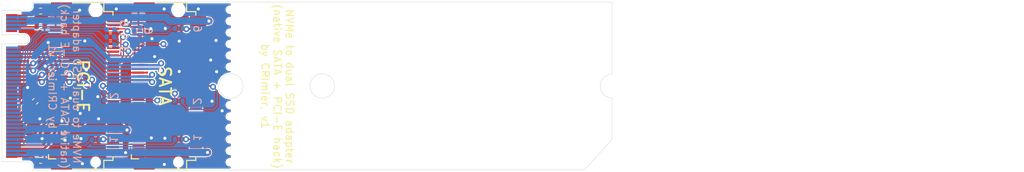
<source format=kicad_pcb>
(kicad_pcb (version 20171130) (host pcbnew 5.1.5+dfsg1-2build2)
  (layers (0 F.Cu signal) (31 B.Cu signal) (34 B.Paste user hide) (35 F.Paste user hide) (36 B.SilkS user) (37 F.SilkS user) (38 B.Mask user hide) (39 F.Mask user hide) (44 Edge.Cuts user))
  (net 0 "")
  (net 1 GND)
  (net 2 "Net-(R1-Pad1)")
  (net 3 "Net-(R2-Pad1)")
  (net 4 "Net-(R3-Pad1)")
  (net 5 "Net-(R4-Pad1)")
  (net 6 "Net-(R5-Pad2)")
  (net 7 DAS+DSS)
  (net 8 "Net-(R6-Pad2)")
  (net 9 DEVSLP)
  (net 10 "Net-(R7-Pad2)")
  (net 11 ~PERST)
  (net 12 "Net-(R8-Pad2)")
  (net 13 ~CLKREQ)
  (net 14 "Net-(R9-Pad2)")
  (net 15 ~PEWAKE)
  (net 16 "Net-(R10-Pad2)")
  (net 17 SUSCLK)
  (net 18 "Net-(R11-Pad2)")
  (net 19 "Net-(R12-Pad2)")
  (net 20 "Net-(R13-Pad2)")
  (net 21 +3V3)
  (net 22 "Net-(U1-Pad67)")
  (net 23 "Net-(U1-Pad58)")
  (net 24 "Net-(U1-Pad56)")
  (net 25 /REFCLK+)
  (net 26 /REFCLK-)
  (net 27 "Net-(U1-Pad48)")
  (net 28 "Net-(U1-Pad46)")
  (net 29 "Net-(U1-Pad44)")
  (net 30 "Net-(U1-Pad42)")
  (net 31 "Net-(U1-Pad40)")
  (net 32 "Net-(U1-Pad36)")
  (net 33 "Net-(U1-Pad34)")
  (net 34 "Net-(U1-Pad32)")
  (net 35 "Net-(U1-Pad30)")
  (net 36 "Net-(U1-Pad28)")
  (net 37 "Net-(U1-Pad26)")
  (net 38 "Net-(U1-Pad24)")
  (net 39 "Net-(U1-Pad22)")
  (net 40 "Net-(U1-Pad20)")
  (net 41 "Net-(U1-Pad8)")
  (net 42 "Net-(U1-Pad6)")
  (net 43 "Net-(U2-Pad67)")
  (net 44 "Net-(U2-Pad58)")
  (net 45 "Net-(U2-Pad56)")
  (net 46 "Net-(U2-Pad48)")
  (net 47 "Net-(U2-Pad46)")
  (net 48 "Net-(U2-Pad44)")
  (net 49 "Net-(U2-Pad42)")
  (net 50 "Net-(U2-Pad40)")
  (net 51 "Net-(U2-Pad36)")
  (net 52 "Net-(U2-Pad34)")
  (net 53 "Net-(U2-Pad32)")
  (net 54 "Net-(U2-Pad30)")
  (net 55 "Net-(U2-Pad28)")
  (net 56 "Net-(U2-Pad26)")
  (net 57 "Net-(U2-Pad24)")
  (net 58 "Net-(U2-Pad22)")
  (net 59 "Net-(U2-Pad20)")
  (net 60 "Net-(U2-Pad8)")
  (net 61 "Net-(U2-Pad6)")
  (net 62 "Net-(U3-Pad67)")
  (net 63 "Net-(U3-Pad66)")
  (net 64 "Net-(U3-Pad65)")
  (net 65 "Net-(U3-Pad64)")
  (net 66 "Net-(U3-Pad63)")
  (net 67 "Net-(U3-Pad62)")
  (net 68 "Net-(U3-Pad61)")
  (net 69 "Net-(U3-Pad60)")
  (net 70 "Net-(U3-Pad59)")
  (net 71 "Net-(U3-Pad58)")
  (net 72 "Net-(U3-Pad56)")
  (net 73 "Net-(U3-Pad55)")
  (net 74 "Net-(U3-Pad54)")
  (net 75 "Net-(U3-Pad53)")
  (net 76 "Net-(U3-Pad52)")
  (net 77 "Net-(U3-Pad50)")
  (net 78 "Net-(U3-Pad48)")
  (net 79 "Net-(U3-Pad46)")
  (net 80 "Net-(U3-Pad44)")
  (net 81 "Net-(U3-Pad42)")
  (net 82 "Net-(U3-Pad40)")
  (net 83 "Net-(U3-Pad37)")
  (net 84 "Net-(U3-Pad36)")
  (net 85 "Net-(U3-Pad35)")
  (net 86 "Net-(U3-Pad34)")
  (net 87 "Net-(U3-Pad32)")
  (net 88 "Net-(U3-Pad31)")
  (net 89 "Net-(U3-Pad30)")
  (net 90 "Net-(U3-Pad29)")
  (net 91 "Net-(U3-Pad28)")
  (net 92 "Net-(U3-Pad26)")
  (net 93 "Net-(U3-Pad25)")
  (net 94 "Net-(U3-Pad24)")
  (net 95 "Net-(U3-Pad23)")
  (net 96 "Net-(U3-Pad22)")
  (net 97 "Net-(U3-Pad20)")
  (net 98 "Net-(U3-Pad9)")
  (net 99 "Net-(U3-Pad8)")
  (net 100 "Net-(U3-Pad7)")
  (net 101 "Net-(U3-Pad6)")
  (net 102 /PET0+)
  (net 103 /PET0-)
  (net 104 /PER0+)
  (net 105 /PER0-)
  (net 106 /PET2+)
  (net 107 /PET2-)
  (net 108 /PER2+)
  (net 109 /PER2-)
  (net 110 /PET3+)
  (net 111 /PET3-)
  (net 112 /PER3+)
  (net 113 /PER3-)
  (net 114 "Net-(U1-Pad37)")
  (net 115 "Net-(U1-Pad35)")
  (net 116 "Net-(U1-Pad31)")
  (net 117 "Net-(U1-Pad29)")
  (module Resistor_SMD:R_0402_1005Metric (layer F.Cu) (at 102 102 45)
    (fp_text reference R2 hide)
    (fp_text value 0R)
    (pad 2 smd roundrect (at 0.51 0 45) (size 0.54 0.64) (layers F.Cu F.Paste F.Mask) (net 1 GND))
    (pad 1 smd roundrect (at -0.51 0 45) (size 0.54 0.64) (layers F.Cu F.Paste F.Mask) (net 3 "Net-(R2-Pad1)"))
  )
  (module nvme_to_dual_ssd:Conn_TE-M.2-0.5-67P-doublesided_TypeM (layer F.Cu) (at 109.9388 100 90)
    (fp_text reference U2)
    (fp_text value PCIE)
    (pad MP smd rect (at 10.35 -4.5 90) (size 1.2 2.75) (layers F.Cu F.Paste F.Mask) (net 1 GND))
    (pad MP smd rect (at -10.35 -4.5 90) (size 1.2 2.75) (layers F.Cu F.Paste F.Mask) (net 1 GND))
    (pad "" np_thru_hole circle (at 10 -0.025 90) (size 1.6 1.6) (drill 1.6) (layers *.Cu))
    (pad "" np_thru_hole circle (at -10 -0.025 90) (size 1.1 1.1) (drill 1.1) (layers *.Cu))
    (pad 75 smd rect (at 9.25 -5.275 90) (size 0.3 1.55) (layers F.Cu F.Paste F.Mask) (net 1 GND))
    (pad 74 smd rect (at 9 2.275 90) (size 0.3 1.55) (layers F.Cu F.Paste F.Mask) (net 21 +3V3))
    (pad 73 smd rect (at 8.75 -5.275 90) (size 0.3 1.55) (layers F.Cu F.Paste F.Mask) (net 1 GND))
    (pad 72 smd rect (at 8.5 2.275 90) (size 0.3 1.55) (layers F.Cu F.Paste F.Mask) (net 21 +3V3))
    (pad 71 smd rect (at 8.25 -5.275 90) (size 0.3 1.55) (layers F.Cu F.Paste F.Mask) (net 1 GND))
    (pad 70 smd rect (at 8 2.275 90) (size 0.3 1.55) (layers F.Cu F.Paste F.Mask) (net 21 +3V3))
    (pad 69 smd rect (at 7.75 -5.275 90) (size 0.3 1.55) (layers F.Cu F.Paste F.Mask) (net 1 GND))
    (pad 68 smd rect (at 7.5 2.275 90) (size 0.3 1.55) (layers F.Cu F.Paste F.Mask) (net 16 "Net-(R10-Pad2)"))
    (pad 67 smd rect (at 7.25 -5.275 90) (size 0.3 1.55) (layers F.Cu F.Paste F.Mask) (net 43 "Net-(U2-Pad67)"))
    (pad 58 smd rect (at 5 2.275 90) (size 0.3 1.55) (layers F.Cu F.Paste F.Mask) (net 44 "Net-(U2-Pad58)"))
    (pad 57 smd rect (at 4.75 -5.275 90) (size 0.3 1.55) (layers F.Cu F.Paste F.Mask) (net 1 GND))
    (pad 56 smd rect (at 4.5 2.275 90) (size 0.3 1.55) (layers F.Cu F.Paste F.Mask) (net 45 "Net-(U2-Pad56)"))
    (pad 55 smd rect (at 4.25 -5.275 90) (size 0.3 1.55) (layers F.Cu F.Paste F.Mask) (net 25 /REFCLK+))
    (pad 54 smd rect (at 4 2.275 90) (size 0.3 1.55) (layers F.Cu F.Paste F.Mask) (net 14 "Net-(R9-Pad2)"))
    (pad 53 smd rect (at 3.75 -5.275 90) (size 0.3 1.55) (layers F.Cu F.Paste F.Mask) (net 26 /REFCLK-))
    (pad 52 smd rect (at 3.5 2.275 90) (size 0.3 1.55) (layers F.Cu F.Paste F.Mask) (net 12 "Net-(R8-Pad2)"))
    (pad 51 smd rect (at 3.25 -5.275 90) (size 0.3 1.55) (layers F.Cu F.Paste F.Mask) (net 1 GND))
    (pad 50 smd rect (at 3 2.275 90) (size 0.3 1.55) (layers F.Cu F.Paste F.Mask) (net 10 "Net-(R7-Pad2)"))
    (pad 49 smd rect (at 2.75 -5.275 90) (size 0.3 1.55) (layers F.Cu F.Paste F.Mask) (net 110 /PET3+))
    (pad 48 smd rect (at 2.5 2.275 90) (size 0.3 1.55) (layers F.Cu F.Paste F.Mask) (net 46 "Net-(U2-Pad48)"))
    (pad 47 smd rect (at 2.25 -5.275 90) (size 0.3 1.55) (layers F.Cu F.Paste F.Mask) (net 111 /PET3-))
    (pad 46 smd rect (at 2 2.275 90) (size 0.3 1.55) (layers F.Cu F.Paste F.Mask) (net 47 "Net-(U2-Pad46)"))
    (pad 45 smd rect (at 1.75 -5.275 90) (size 0.3 1.55) (layers F.Cu F.Paste F.Mask) (net 1 GND))
    (pad 44 smd rect (at 1.5 2.275 90) (size 0.3 1.55) (layers F.Cu F.Paste F.Mask) (net 48 "Net-(U2-Pad44)"))
    (pad 43 smd rect (at 1.25 -5.275 90) (size 0.3 1.55) (layers F.Cu F.Paste F.Mask) (net 112 /PER3+))
    (pad 42 smd rect (at 1 2.275 90) (size 0.3 1.55) (layers F.Cu F.Paste F.Mask) (net 49 "Net-(U2-Pad42)"))
    (pad 41 smd rect (at 0.75 -5.275 90) (size 0.3 1.55) (layers F.Cu F.Paste F.Mask) (net 113 /PER3-))
    (pad 40 smd rect (at 0.5 2.275 90) (size 0.3 1.55) (layers F.Cu F.Paste F.Mask) (net 50 "Net-(U2-Pad40)"))
    (pad 39 smd rect (at 0.25 -5.275 90) (size 0.3 1.55) (layers F.Cu F.Paste F.Mask) (net 1 GND))
    (pad 38 smd rect (at 0 2.275 90) (size 0.3 1.55) (layers F.Cu F.Paste F.Mask) (net 8 "Net-(R6-Pad2)"))
    (pad 37 smd rect (at -0.25 -5.275 90) (size 0.3 1.55) (layers F.Cu F.Paste F.Mask) (net 106 /PET2+))
    (pad 36 smd rect (at -0.5 2.275 90) (size 0.3 1.55) (layers F.Cu F.Paste F.Mask) (net 51 "Net-(U2-Pad36)"))
    (pad 35 smd rect (at -0.75 -5.275 90) (size 0.3 1.55) (layers F.Cu F.Paste F.Mask) (net 107 /PET2-))
    (pad 34 smd rect (at -1 2.275 90) (size 0.3 1.55) (layers F.Cu F.Paste F.Mask) (net 52 "Net-(U2-Pad34)"))
    (pad 33 smd rect (at -1.25 -5.275 90) (size 0.3 1.55) (layers F.Cu F.Paste F.Mask) (net 1 GND))
    (pad 32 smd rect (at -1.5 2.275 90) (size 0.3 1.55) (layers F.Cu F.Paste F.Mask) (net 53 "Net-(U2-Pad32)"))
    (pad 31 smd rect (at -1.75 -5.275 90) (size 0.3 1.55) (layers F.Cu F.Paste F.Mask) (net 108 /PER2+))
    (pad 30 smd rect (at -2 2.275 90) (size 0.3 1.55) (layers F.Cu F.Paste F.Mask) (net 54 "Net-(U2-Pad30)"))
    (pad 29 smd rect (at -2.25 -5.275 90) (size 0.3 1.55) (layers F.Cu F.Paste F.Mask) (net 109 /PER2-))
    (pad 28 smd rect (at -2.5 2.275 90) (size 0.3 1.55) (layers F.Cu F.Paste F.Mask) (net 55 "Net-(U2-Pad28)"))
    (pad 27 smd rect (at -2.75 -5.275 90) (size 0.3 1.55) (layers F.Cu F.Paste F.Mask) (net 1 GND))
    (pad 26 smd rect (at -3 2.275 90) (size 0.3 1.55) (layers F.Cu F.Paste F.Mask) (net 56 "Net-(U2-Pad26)"))
    (pad 24 smd rect (at -3.5 2.275 90) (size 0.3 1.55) (layers F.Cu F.Paste F.Mask) (net 57 "Net-(U2-Pad24)"))
    (pad 22 smd rect (at -4 2.275 90) (size 0.3 1.55) (layers F.Cu F.Paste F.Mask) (net 58 "Net-(U2-Pad22)"))
    (pad 20 smd rect (at -4.5 2.275 90) (size 0.3 1.55) (layers F.Cu F.Paste F.Mask) (net 59 "Net-(U2-Pad20)"))
    (pad 10 smd rect (at -7 2.275 90) (size 0.3 1.55) (layers F.Cu F.Paste F.Mask) (net 6 "Net-(R5-Pad2)"))
    (pad 8 smd rect (at -7.5 2.275 90) (size 0.3 1.55) (layers F.Cu F.Paste F.Mask) (net 60 "Net-(U2-Pad8)"))
    (pad 6 smd rect (at -8 2.275 90) (size 0.3 1.55) (layers F.Cu F.Paste F.Mask) (net 61 "Net-(U2-Pad6)"))
    (pad 4 smd rect (at -8.5 2.275 90) (size 0.3 1.55) (layers F.Cu F.Paste F.Mask) (net 21 +3V3))
    (pad 3 smd rect (at -8.75 -5.275 90) (size 0.3 1.55) (layers F.Cu F.Paste F.Mask) (net 1 GND))
    (pad 2 smd rect (at -9 2.275 90) (size 0.3 1.55) (layers F.Cu F.Paste F.Mask) (net 21 +3V3))
    (pad 1 smd rect (at -9.25 -5.275 90) (size 0.3 1.55) (layers F.Cu F.Paste F.Mask) (net 1 GND))
    (pad 12 smd rect (at -6.5 2.275 90) (size 0.3 1.55) (layers F.Cu F.Paste F.Mask) (net 21 +3V3))
    (pad 14 smd rect (at -6 2.275 90) (size 0.3 1.55) (layers F.Cu F.Paste F.Mask) (net 21 +3V3))
    (pad 16 smd rect (at -5.5 2.275 90) (size 0.3 1.55) (layers F.Cu F.Paste F.Mask) (net 21 +3V3))
    (pad 18 smd rect (at -5 2.275 90) (size 0.3 1.55) (layers F.Cu F.Paste F.Mask) (net 21 +3V3))
  )
  (module Resistor_SMD:R_0402_1005Metric (layer B.Cu) (at 111.1 101.4 90)
    (fp_text reference R6 hide)
    (fp_text value 0R)
    (pad 2 smd roundrect (at 0.51 0 90) (size 0.54 0.64) (layers B.Cu B.Paste B.Mask) (net 8 "Net-(R6-Pad2)"))
    (pad 1 smd roundrect (at -0.51 0 90) (size 0.54 0.64) (layers B.Cu B.Paste B.Mask) (net 9 DEVSLP))
  )
  (module nvme_to_dual_ssd:hole (layer F.Cu) (at 127.5 96)
    (fp_text reference REF** hide)
    (fp_text value hole)
    (pad "" np_thru_hole circle (at 0 0) (size 0.8 0.8) (drill 0.8) (layers *.Cu *.Mask))
  )
  (module nvme_to_dual_ssd:hole (layer F.Cu) (at 127.5 97.5)
    (fp_text reference REF** hide)
    (fp_text value hole)
    (pad "" np_thru_hole circle (at 0 0) (size 0.8 0.8) (drill 0.8) (layers *.Cu *.Mask))
  )
  (module nvme_to_dual_ssd:hole (layer F.Cu) (at 127.5 94.5)
    (fp_text reference REF** hide)
    (fp_text value hole)
    (pad "" np_thru_hole circle (at 0 0) (size 0.8 0.8) (drill 0.8) (layers *.Cu *.Mask))
  )
  (module nvme_to_dual_ssd:hole (layer F.Cu) (at 127.5 104)
    (fp_text reference REF** hide)
    (fp_text value hole)
    (pad "" np_thru_hole circle (at 0 0) (size 0.8 0.8) (drill 0.8) (layers *.Cu *.Mask))
  )
  (module nvme_to_dual_ssd:hole (layer F.Cu) (at 127.5 110)
    (fp_text reference REF** hide)
    (fp_text value hole)
    (pad "" np_thru_hole circle (at 0 0) (size 0.8 0.8) (drill 0.8) (layers *.Cu *.Mask))
  )
  (module nvme_to_dual_ssd:hole (layer F.Cu) (at 127.5 93)
    (fp_text reference REF** hide)
    (fp_text value hole)
    (pad "" np_thru_hole circle (at 0 0) (size 0.8 0.8) (drill 0.8) (layers *.Cu *.Mask))
  )
  (module nvme_to_dual_ssd:hole (layer F.Cu) (at 127.5 91.5)
    (fp_text reference REF** hide)
    (fp_text value hole)
    (pad "" np_thru_hole circle (at 0 0) (size 0.8 0.8) (drill 0.8) (layers *.Cu *.Mask))
  )
  (module nvme_to_dual_ssd:hole (layer F.Cu) (at 127.5 90)
    (fp_text reference REF** hide)
    (fp_text value hole)
    (pad "" np_thru_hole circle (at 0 0) (size 0.8 0.8) (drill 0.8) (layers *.Cu *.Mask))
  )
  (module nvme_to_dual_ssd:hole (layer F.Cu) (at 127.5 102.5)
    (fp_text reference REF** hide)
    (fp_text value hole)
    (pad "" np_thru_hole circle (at 0 0) (size 0.8 0.8) (drill 0.8) (layers *.Cu *.Mask))
  )
  (module nvme_to_dual_ssd:hole (layer F.Cu) (at 127.5 107)
    (fp_text reference REF** hide)
    (fp_text value hole)
    (pad "" np_thru_hole circle (at 0 0) (size 0.8 0.8) (drill 0.8) (layers *.Cu *.Mask))
  )
  (module nvme_to_dual_ssd:hole (layer F.Cu) (at 127.5 108.5)
    (fp_text reference REF** hide)
    (fp_text value hole)
    (pad "" np_thru_hole circle (at 0 0) (size 0.8 0.8) (drill 0.8) (layers *.Cu *.Mask))
  )
  (module nvme_to_dual_ssd:hole (layer F.Cu) (at 127.5 105.5)
    (fp_text reference REF** hide)
    (fp_text value hole)
    (pad "" np_thru_hole circle (at 0 0) (size 0.8 0.8) (drill 0.8) (layers *.Cu *.Mask))
  )
  (module nvme_to_dual_ssd:hole (layer F.Cu) (at 139.75 108.5)
    (fp_text reference REF** hide)
    (fp_text value hole)
    (pad "" np_thru_hole circle (at 0 0) (size 0.8 0.8) (drill 0.8) (layers *.Cu *.Mask))
  )
  (module nvme_to_dual_ssd:hole (layer F.Cu) (at 139.75 110)
    (fp_text reference REF** hide)
    (fp_text value hole)
    (pad "" np_thru_hole circle (at 0 0) (size 0.8 0.8) (drill 0.8) (layers *.Cu *.Mask))
  )
  (module nvme_to_dual_ssd:hole (layer F.Cu) (at 139.75 107)
    (fp_text reference REF** hide)
    (fp_text value hole)
    (pad "" np_thru_hole circle (at 0 0) (size 0.8 0.8) (drill 0.8) (layers *.Cu *.Mask))
  )
  (module nvme_to_dual_ssd:hole (layer F.Cu) (at 139.75 105.5)
    (fp_text reference REF** hide)
    (fp_text value hole)
    (pad "" np_thru_hole circle (at 0 0) (size 0.8 0.8) (drill 0.8) (layers *.Cu *.Mask))
  )
  (module nvme_to_dual_ssd:hole (layer F.Cu) (at 139.75 104)
    (fp_text reference REF** hide)
    (fp_text value hole)
    (pad "" np_thru_hole circle (at 0 0) (size 0.8 0.8) (drill 0.8) (layers *.Cu *.Mask))
  )
  (module nvme_to_dual_ssd:hole (layer F.Cu) (at 139.75 102.5)
    (fp_text reference REF** hide)
    (fp_text value hole)
    (pad "" np_thru_hole circle (at 0 0) (size 0.8 0.8) (drill 0.8) (layers *.Cu *.Mask))
  )
  (module nvme_to_dual_ssd:hole (layer F.Cu) (at 139.75 91.5)
    (fp_text reference REF** hide)
    (fp_text value hole)
    (pad "" np_thru_hole circle (at 0 0) (size 0.8 0.8) (drill 0.8) (layers *.Cu *.Mask))
  )
  (module nvme_to_dual_ssd:hole (layer F.Cu) (at 139.75 96)
    (fp_text reference REF** hide)
    (fp_text value hole)
    (pad "" np_thru_hole circle (at 0 0) (size 0.8 0.8) (drill 0.8) (layers *.Cu *.Mask))
  )
  (module nvme_to_dual_ssd:hole (layer F.Cu) (at 139.75 93)
    (fp_text reference REF** hide)
    (fp_text value hole)
    (pad "" np_thru_hole circle (at 0 0) (size 0.8 0.8) (drill 0.8) (layers *.Cu *.Mask))
  )
  (module nvme_to_dual_ssd:hole (layer F.Cu) (at 139.75 94.5)
    (fp_text reference REF** hide)
    (fp_text value hole)
    (pad "" np_thru_hole circle (at 0 0) (size 0.8 0.8) (drill 0.8) (layers *.Cu *.Mask))
  )
  (module nvme_to_dual_ssd:hole (layer F.Cu) (at 139.75 97.5)
    (fp_text reference REF** hide)
    (fp_text value hole)
    (pad "" np_thru_hole circle (at 0 0) (size 0.8 0.8) (drill 0.8) (layers *.Cu *.Mask))
  )
  (module nvme_to_dual_ssd:hole (layer F.Cu) (at 139.75 90)
    (fp_text reference REF** hide)
    (fp_text value hole)
    (pad "" np_thru_hole circle (at 0 0) (size 0.8 0.8) (drill 0.8) (layers *.Cu *.Mask))
  )
  (module nvme_to_dual_ssd:Conn_TE-M.2-0.5-67P-doublesided_TypeB (layer F.Cu) (at 120.7934 100 90)
    (fp_text reference U3)
    (fp_text value SATA)
    (pad MP smd rect (at 10.35 -4.5 90) (size 1.2 2.75) (layers F.Cu F.Paste F.Mask) (net 1 GND))
    (pad MP smd rect (at -10.35 -4.5 90) (size 1.2 2.75) (layers F.Cu F.Paste F.Mask) (net 1 GND))
    (pad "" np_thru_hole circle (at 10 -0.025 90) (size 1.6 1.6) (drill 1.6) (layers *.Cu))
    (pad "" np_thru_hole circle (at -10 -0.025 90) (size 1.1 1.1) (drill 1.1) (layers *.Cu))
    (pad 75 smd rect (at 9.25 -5.275 90) (size 0.3 1.55) (layers F.Cu F.Paste F.Mask) (net 1 GND))
    (pad 74 smd rect (at 9 2.275 90) (size 0.3 1.55) (layers F.Cu F.Paste F.Mask) (net 21 +3V3))
    (pad 73 smd rect (at 8.75 -5.275 90) (size 0.3 1.55) (layers F.Cu F.Paste F.Mask) (net 1 GND))
    (pad 72 smd rect (at 8.5 2.275 90) (size 0.3 1.55) (layers F.Cu F.Paste F.Mask) (net 21 +3V3))
    (pad 71 smd rect (at 8.25 -5.275 90) (size 0.3 1.55) (layers F.Cu F.Paste F.Mask) (net 1 GND))
    (pad 70 smd rect (at 8 2.275 90) (size 0.3 1.55) (layers F.Cu F.Paste F.Mask) (net 21 +3V3))
    (pad 69 smd rect (at 7.75 -5.275 90) (size 0.3 1.55) (layers F.Cu F.Paste F.Mask) (net 1 GND))
    (pad 68 smd rect (at 7.5 2.275 90) (size 0.3 1.55) (layers F.Cu F.Paste F.Mask) (net 20 "Net-(R13-Pad2)"))
    (pad 67 smd rect (at 7.25 -5.275 90) (size 0.3 1.55) (layers F.Cu F.Paste F.Mask) (net 62 "Net-(U3-Pad67)"))
    (pad 66 smd rect (at 7 2.275 90) (size 0.3 1.55) (layers F.Cu F.Paste F.Mask) (net 63 "Net-(U3-Pad66)"))
    (pad 65 smd rect (at 6.75 -5.275 90) (size 0.3 1.55) (layers F.Cu F.Paste F.Mask) (net 64 "Net-(U3-Pad65)"))
    (pad 64 smd rect (at 6.5 2.275 90) (size 0.3 1.55) (layers F.Cu F.Paste F.Mask) (net 65 "Net-(U3-Pad64)"))
    (pad 63 smd rect (at 6.25 -5.275 90) (size 0.3 1.55) (layers F.Cu F.Paste F.Mask) (net 66 "Net-(U3-Pad63)"))
    (pad 62 smd rect (at 6 2.275 90) (size 0.3 1.55) (layers F.Cu F.Paste F.Mask) (net 67 "Net-(U3-Pad62)"))
    (pad 61 smd rect (at 5.75 -5.275 90) (size 0.3 1.55) (layers F.Cu F.Paste F.Mask) (net 68 "Net-(U3-Pad61)"))
    (pad 60 smd rect (at 5.5 2.275 90) (size 0.3 1.55) (layers F.Cu F.Paste F.Mask) (net 69 "Net-(U3-Pad60)"))
    (pad 59 smd rect (at 5.25 -5.275 90) (size 0.3 1.55) (layers F.Cu F.Paste F.Mask) (net 70 "Net-(U3-Pad59)"))
    (pad 58 smd rect (at 5 2.275 90) (size 0.3 1.55) (layers F.Cu F.Paste F.Mask) (net 71 "Net-(U3-Pad58)"))
    (pad 57 smd rect (at 4.75 -5.275 90) (size 0.3 1.55) (layers F.Cu F.Paste F.Mask) (net 1 GND))
    (pad 56 smd rect (at 4.5 2.275 90) (size 0.3 1.55) (layers F.Cu F.Paste F.Mask) (net 72 "Net-(U3-Pad56)"))
    (pad 55 smd rect (at 4.25 -5.275 90) (size 0.3 1.55) (layers F.Cu F.Paste F.Mask) (net 73 "Net-(U3-Pad55)"))
    (pad 54 smd rect (at 4 2.275 90) (size 0.3 1.55) (layers F.Cu F.Paste F.Mask) (net 74 "Net-(U3-Pad54)"))
    (pad 53 smd rect (at 3.75 -5.275 90) (size 0.3 1.55) (layers F.Cu F.Paste F.Mask) (net 75 "Net-(U3-Pad53)"))
    (pad 52 smd rect (at 3.5 2.275 90) (size 0.3 1.55) (layers F.Cu F.Paste F.Mask) (net 76 "Net-(U3-Pad52)"))
    (pad 51 smd rect (at 3.25 -5.275 90) (size 0.3 1.55) (layers F.Cu F.Paste F.Mask) (net 1 GND))
    (pad 50 smd rect (at 3 2.275 90) (size 0.3 1.55) (layers F.Cu F.Paste F.Mask) (net 77 "Net-(U3-Pad50)"))
    (pad 49 smd rect (at 2.75 -5.275 90) (size 0.3 1.55) (layers F.Cu F.Paste F.Mask) (net 102 /PET0+))
    (pad 48 smd rect (at 2.5 2.275 90) (size 0.3 1.55) (layers F.Cu F.Paste F.Mask) (net 78 "Net-(U3-Pad48)"))
    (pad 47 smd rect (at 2.25 -5.275 90) (size 0.3 1.55) (layers F.Cu F.Paste F.Mask) (net 103 /PET0-))
    (pad 46 smd rect (at 2 2.275 90) (size 0.3 1.55) (layers F.Cu F.Paste F.Mask) (net 79 "Net-(U3-Pad46)"))
    (pad 45 smd rect (at 1.75 -5.275 90) (size 0.3 1.55) (layers F.Cu F.Paste F.Mask) (net 1 GND))
    (pad 44 smd rect (at 1.5 2.275 90) (size 0.3 1.55) (layers F.Cu F.Paste F.Mask) (net 80 "Net-(U3-Pad44)"))
    (pad 43 smd rect (at 1.25 -5.275 90) (size 0.3 1.55) (layers F.Cu F.Paste F.Mask) (net 104 /PER0+))
    (pad 42 smd rect (at 1 2.275 90) (size 0.3 1.55) (layers F.Cu F.Paste F.Mask) (net 81 "Net-(U3-Pad42)"))
    (pad 41 smd rect (at 0.75 -5.275 90) (size 0.3 1.55) (layers F.Cu F.Paste F.Mask) (net 105 /PER0-))
    (pad 40 smd rect (at 0.5 2.275 90) (size 0.3 1.55) (layers F.Cu F.Paste F.Mask) (net 82 "Net-(U3-Pad40)"))
    (pad 39 smd rect (at 0.25 -5.275 90) (size 0.3 1.55) (layers F.Cu F.Paste F.Mask) (net 1 GND))
    (pad 38 smd rect (at 0 2.275 90) (size 0.3 1.55) (layers F.Cu F.Paste F.Mask) (net 19 "Net-(R12-Pad2)"))
    (pad 37 smd rect (at -0.25 -5.275 90) (size 0.3 1.55) (layers F.Cu F.Paste F.Mask) (net 83 "Net-(U3-Pad37)"))
    (pad 36 smd rect (at -0.5 2.275 90) (size 0.3 1.55) (layers F.Cu F.Paste F.Mask) (net 84 "Net-(U3-Pad36)"))
    (pad 35 smd rect (at -0.75 -5.275 90) (size 0.3 1.55) (layers F.Cu F.Paste F.Mask) (net 85 "Net-(U3-Pad35)"))
    (pad 34 smd rect (at -1 2.275 90) (size 0.3 1.55) (layers F.Cu F.Paste F.Mask) (net 86 "Net-(U3-Pad34)"))
    (pad 33 smd rect (at -1.25 -5.275 90) (size 0.3 1.55) (layers F.Cu F.Paste F.Mask) (net 1 GND))
    (pad 32 smd rect (at -1.5 2.275 90) (size 0.3 1.55) (layers F.Cu F.Paste F.Mask) (net 87 "Net-(U3-Pad32)"))
    (pad 31 smd rect (at -1.75 -5.275 90) (size 0.3 1.55) (layers F.Cu F.Paste F.Mask) (net 88 "Net-(U3-Pad31)"))
    (pad 30 smd rect (at -2 2.275 90) (size 0.3 1.55) (layers F.Cu F.Paste F.Mask) (net 89 "Net-(U3-Pad30)"))
    (pad 29 smd rect (at -2.25 -5.275 90) (size 0.3 1.55) (layers F.Cu F.Paste F.Mask) (net 90 "Net-(U3-Pad29)"))
    (pad 28 smd rect (at -2.5 2.275 90) (size 0.3 1.55) (layers F.Cu F.Paste F.Mask) (net 91 "Net-(U3-Pad28)"))
    (pad 27 smd rect (at -2.75 -5.275 90) (size 0.3 1.55) (layers F.Cu F.Paste F.Mask) (net 1 GND))
    (pad 26 smd rect (at -3 2.275 90) (size 0.3 1.55) (layers F.Cu F.Paste F.Mask) (net 92 "Net-(U3-Pad26)"))
    (pad 25 smd rect (at -3.25 -5.275 90) (size 0.3 1.55) (layers F.Cu F.Paste F.Mask) (net 93 "Net-(U3-Pad25)"))
    (pad 24 smd rect (at -3.5 2.275 90) (size 0.3 1.55) (layers F.Cu F.Paste F.Mask) (net 94 "Net-(U3-Pad24)"))
    (pad 23 smd rect (at -3.75 -5.275 90) (size 0.3 1.55) (layers F.Cu F.Paste F.Mask) (net 95 "Net-(U3-Pad23)"))
    (pad 22 smd rect (at -4 2.275 90) (size 0.3 1.55) (layers F.Cu F.Paste F.Mask) (net 96 "Net-(U3-Pad22)"))
    (pad 21 smd rect (at -4.25 -5.275 90) (size 0.3 1.55) (layers F.Cu F.Paste F.Mask) (net 1 GND))
    (pad 20 smd rect (at -4.5 2.275 90) (size 0.3 1.55) (layers F.Cu F.Paste F.Mask) (net 97 "Net-(U3-Pad20)"))
    (pad 11 smd rect (at -6.75 -5.275 90) (size 0.3 1.55) (layers F.Cu F.Paste F.Mask) (net 1 GND))
    (pad 10 smd rect (at -7 2.275 90) (size 0.3 1.55) (layers F.Cu F.Paste F.Mask) (net 18 "Net-(R11-Pad2)"))
    (pad 9 smd rect (at -7.25 -5.275 90) (size 0.3 1.55) (layers F.Cu F.Paste F.Mask) (net 98 "Net-(U3-Pad9)"))
    (pad 8 smd rect (at -7.5 2.275 90) (size 0.3 1.55) (layers F.Cu F.Paste F.Mask) (net 99 "Net-(U3-Pad8)"))
    (pad 7 smd rect (at -7.75 -5.275 90) (size 0.3 1.55) (layers F.Cu F.Paste F.Mask) (net 100 "Net-(U3-Pad7)"))
    (pad 6 smd rect (at -8 2.275 90) (size 0.3 1.55) (layers F.Cu F.Paste F.Mask) (net 101 "Net-(U3-Pad6)"))
    (pad 5 smd rect (at -8.25 -5.275 90) (size 0.3 1.55) (layers F.Cu F.Paste F.Mask) (net 1 GND))
    (pad 4 smd rect (at -8.5 2.275 90) (size 0.3 1.55) (layers F.Cu F.Paste F.Mask) (net 21 +3V3))
    (pad 3 smd rect (at -8.75 -5.275 90) (size 0.3 1.55) (layers F.Cu F.Paste F.Mask) (net 1 GND))
    (pad 2 smd rect (at -9 2.275 90) (size 0.3 1.55) (layers F.Cu F.Paste F.Mask) (net 21 +3V3))
    (pad 1 smd rect (at -9.25 -5.275 90) (size 0.3 1.55) (layers F.Cu F.Paste F.Mask) (net 1 GND))
  )
  (module nvme_to_dual_ssd:NGFF_M (layer F.Cu) (at 97.625 100 270)
    (fp_text reference U1 hide)
    (fp_text value IN)
    (fp_line (start 10.425 -4) (end 11 -4) (layer Edge.Cuts) (width 0.05))
    (fp_arc (start 10.425 -3.5) (end 9.925 -3.5) (angle 90) (layer Edge.Cuts) (width 0.05))
    (fp_line (start 9.925 0) (end 9.925 -3.5) (layer Edge.Cuts) (width 0.05))
    (fp_line (start 0 0) (end 9.925 0) (layer Edge.Cuts) (width 0.05))
    (fp_line (start -5.525 0) (end 0 0) (layer Edge.Cuts) (width 0.05))
    (fp_line (start -5.525 -2.9) (end -5.525 0) (layer Edge.Cuts) (width 0.05))
    (fp_arc (start -6.125 -2.9) (end -6.725 -2.9) (angle 180) (layer Edge.Cuts) (width 0.05))
    (fp_line (start -6.725 0) (end -6.725 -2.9) (layer Edge.Cuts) (width 0.05))
    (fp_line (start -9.925 0) (end -6.725 0) (layer Edge.Cuts) (width 0.05))
    (fp_line (start -9.925 -3.5) (end -9.925 0) (layer Edge.Cuts) (width 0.05))
    (fp_arc (start -10.425 -3.5) (end -10.425 -4) (angle 90) (layer Edge.Cuts) (width 0.05))
    (fp_line (start -11 -4) (end -10.425 -4) (layer Edge.Cuts) (width 0.05))
    (pad 75 smd rect (at -9.25 -1.275 270) (size 0.35 1.45) (layers F.Cu) (net 5 "Net-(R4-Pad1)"))
    (pad 74 smd rect (at -9 -1.525 270) (size 0.35 1.95) (layers B.Cu) (net 21 +3V3))
    (pad 73 smd rect (at -8.75 -1.275 270) (size 0.35 1.45) (layers F.Cu) (net 1 GND))
    (pad 72 smd rect (at -8.5 -1.525 270) (size 0.35 1.95) (layers B.Cu) (net 21 +3V3))
    (pad 71 smd rect (at -8.25 -1.275 270) (size 0.35 1.45) (layers F.Cu) (net 1 GND))
    (pad 70 smd rect (at -8 -1.525 270) (size 0.35 1.95) (layers B.Cu) (net 21 +3V3))
    (pad 69 smd rect (at -7.75 -1.275 270) (size 0.35 1.45) (layers F.Cu) (net 4 "Net-(R3-Pad1)"))
    (pad 68 smd rect (at -7.5 -1.525 270) (size 0.35 1.95) (layers B.Cu) (net 17 SUSCLK))
    (pad 67 smd rect (at -7.25 -1.275 270) (size 0.35 1.45) (layers F.Cu) (net 22 "Net-(U1-Pad67)"))
    (pad 58 smd rect (at -5 -1.525 270) (size 0.35 1.95) (layers B.Cu) (net 23 "Net-(U1-Pad58)"))
    (pad 57 smd rect (at -4.75 -1.275 270) (size 0.35 1.45) (layers F.Cu) (net 1 GND))
    (pad 56 smd rect (at -4.5 -1.525 270) (size 0.35 1.95) (layers B.Cu) (net 24 "Net-(U1-Pad56)"))
    (pad 55 smd rect (at -4.25 -1.275 270) (size 0.35 1.45) (layers F.Cu) (net 25 /REFCLK+))
    (pad 54 smd rect (at -4 -1.525 270) (size 0.35 1.95) (layers B.Cu) (net 15 ~PEWAKE))
    (pad 53 smd rect (at -3.75 -1.275 270) (size 0.35 1.45) (layers F.Cu) (net 26 /REFCLK-))
    (pad 52 smd rect (at -3.5 -1.525 270) (size 0.35 1.95) (layers B.Cu) (net 13 ~CLKREQ))
    (pad 51 smd rect (at -3.25 -1.275 270) (size 0.35 1.45) (layers F.Cu) (net 1 GND))
    (pad 50 smd rect (at -3 -1.525 270) (size 0.35 1.95) (layers B.Cu) (net 11 ~PERST))
    (pad 49 smd rect (at -2.75 -1.275 270) (size 0.35 1.45) (layers F.Cu) (net 102 /PET0+))
    (pad 48 smd rect (at -2.5 -1.525 270) (size 0.35 1.95) (layers B.Cu) (net 27 "Net-(U1-Pad48)"))
    (pad 47 smd rect (at -2.25 -1.275 270) (size 0.35 1.45) (layers F.Cu) (net 103 /PET0-))
    (pad 46 smd rect (at -2 -1.525 270) (size 0.35 1.95) (layers B.Cu) (net 28 "Net-(U1-Pad46)"))
    (pad 45 smd rect (at -1.75 -1.275 270) (size 0.35 1.45) (layers F.Cu) (net 1 GND))
    (pad 44 smd rect (at -1.5 -1.525 270) (size 0.35 1.95) (layers B.Cu) (net 29 "Net-(U1-Pad44)"))
    (pad 43 smd rect (at -1.25 -1.275 270) (size 0.35 1.45) (layers F.Cu) (net 104 /PER0+))
    (pad 42 smd rect (at -1 -1.525 270) (size 0.35 1.95) (layers B.Cu) (net 30 "Net-(U1-Pad42)"))
    (pad 41 smd rect (at -0.75 -1.275 270) (size 0.35 1.45) (layers F.Cu) (net 105 /PER0-))
    (pad 40 smd rect (at -0.5 -1.525 270) (size 0.35 1.95) (layers B.Cu) (net 31 "Net-(U1-Pad40)"))
    (pad 39 smd rect (at -0.25 -1.275 270) (size 0.35 1.45) (layers F.Cu) (net 1 GND))
    (pad 38 smd rect (at 0 -1.525 270) (size 0.35 1.95) (layers B.Cu) (net 9 DEVSLP))
    (pad 37 smd rect (at 0.25 -1.275 270) (size 0.35 1.45) (layers F.Cu) (net 114 "Net-(U1-Pad37)"))
    (pad 36 smd rect (at 0.5 -1.525 270) (size 0.35 1.95) (layers B.Cu) (net 32 "Net-(U1-Pad36)"))
    (pad 35 smd rect (at 0.75 -1.275 270) (size 0.35 1.45) (layers F.Cu) (net 115 "Net-(U1-Pad35)"))
    (pad 34 smd rect (at 1 -1.525 270) (size 0.35 1.95) (layers B.Cu) (net 33 "Net-(U1-Pad34)"))
    (pad 33 smd rect (at 1.25 -1.275 270) (size 0.35 1.45) (layers F.Cu) (net 1 GND))
    (pad 32 smd rect (at 1.5 -1.525 270) (size 0.35 1.95) (layers B.Cu) (net 34 "Net-(U1-Pad32)"))
    (pad 31 smd rect (at 1.75 -1.275 270) (size 0.35 1.45) (layers F.Cu) (net 116 "Net-(U1-Pad31)"))
    (pad 30 smd rect (at 2 -1.525 270) (size 0.35 1.95) (layers B.Cu) (net 35 "Net-(U1-Pad30)"))
    (pad 29 smd rect (at 2.25 -1.275 270) (size 0.35 1.45) (layers F.Cu) (net 117 "Net-(U1-Pad29)"))
    (pad 28 smd rect (at 2.5 -1.525 270) (size 0.35 1.95) (layers B.Cu) (net 36 "Net-(U1-Pad28)"))
    (pad 27 smd rect (at 2.75 -1.275 270) (size 0.35 1.45) (layers F.Cu) (net 1 GND))
    (pad 26 smd rect (at 3 -1.525 270) (size 0.35 1.95) (layers B.Cu) (net 37 "Net-(U1-Pad26)"))
    (pad 25 smd rect (at 3.25 -1.275 270) (size 0.35 1.45) (layers F.Cu) (net 106 /PET2+))
    (pad 24 smd rect (at 3.5 -1.525 270) (size 0.35 1.95) (layers B.Cu) (net 38 "Net-(U1-Pad24)"))
    (pad 23 smd rect (at 3.75 -1.275 270) (size 0.35 1.45) (layers F.Cu) (net 107 /PET2-))
    (pad 22 smd rect (at 4 -1.525 270) (size 0.35 1.95) (layers B.Cu) (net 39 "Net-(U1-Pad22)"))
    (pad 21 smd rect (at 4.25 -1.275 270) (size 0.35 1.45) (layers F.Cu) (net 3 "Net-(R2-Pad1)"))
    (pad 20 smd rect (at 4.5 -1.525 270) (size 0.35 1.95) (layers B.Cu) (net 40 "Net-(U1-Pad20)"))
    (pad 19 smd rect (at 4.75 -1.275 270) (size 0.35 1.45) (layers F.Cu) (net 108 /PER2+))
    (pad 18 smd rect (at 5 -1.525 270) (size 0.35 1.95) (layers B.Cu) (net 21 +3V3))
    (pad 17 smd rect (at 5.25 -1.275 270) (size 0.35 1.45) (layers F.Cu) (net 109 /PER2-))
    (pad 16 smd rect (at 5.5 -1.525 270) (size 0.35 1.95) (layers B.Cu) (net 21 +3V3))
    (pad 15 smd rect (at 5.75 -1.275 270) (size 0.35 1.45) (layers F.Cu) (net 1 GND))
    (pad 14 smd rect (at 6 -1.525 270) (size 0.35 1.95) (layers B.Cu) (net 21 +3V3))
    (pad 13 smd rect (at 6.25 -1.275 270) (size 0.35 1.45) (layers F.Cu) (net 111 /PET3-))
    (pad 12 smd rect (at 6.5 -1.525 270) (size 0.35 1.95) (layers B.Cu) (net 21 +3V3))
    (pad 11 smd rect (at 6.75 -1.275 270) (size 0.35 1.45) (layers F.Cu) (net 110 /PET3+))
    (pad 10 smd rect (at 7 -1.525 270) (size 0.35 1.95) (layers B.Cu) (net 7 DAS+DSS))
    (pad 9 smd rect (at 7.25 -1.275 270) (size 0.35 1.45) (layers F.Cu) (net 1 GND))
    (pad 8 smd rect (at 7.5 -1.525 270) (size 0.35 1.95) (layers B.Cu) (net 41 "Net-(U1-Pad8)"))
    (pad 7 smd rect (at 7.75 -1.275 270) (size 0.35 1.45) (layers F.Cu) (net 113 /PER3-))
    (pad 6 smd rect (at 8 -1.525 270) (size 0.35 1.95) (layers B.Cu) (net 42 "Net-(U1-Pad6)"))
    (pad 5 smd rect (at 8.25 -1.275 270) (size 0.35 1.45) (layers F.Cu) (net 112 /PER3+))
    (pad 4 smd rect (at 8.5 -1.525 270) (size 0.35 1.95) (layers B.Cu) (net 21 +3V3))
    (pad 3 smd rect (at 8.75 -1.275 270) (size 0.35 1.45) (layers F.Cu) (net 1 GND))
    (pad 2 smd rect (at 9 -1.525 270) (size 0.35 1.95) (layers B.Cu) (net 21 +3V3))
    (pad 1 smd rect (at 9.25 -1.275 270) (size 0.35 1.45) (layers F.Cu) (net 2 "Net-(R1-Pad1)"))
  )
  (module Resistor_SMD:R_0402_1005Metric (layer B.Cu) (at 120.8184 92.475)
    (fp_text reference R13 hide)
    (fp_text value 0R)
    (pad 2 smd roundrect (at 0.51 0) (size 0.54 0.64) (layers B.Cu B.Paste B.Mask) (net 20 "Net-(R13-Pad2)"))
    (pad 1 smd roundrect (at -0.51 0) (size 0.54 0.64) (layers B.Cu B.Paste B.Mask) (net 17 SUSCLK))
  )
  (module Resistor_SMD:R_0402_1005Metric (layer B.Cu) (at 120.8184 101.975)
    (fp_text reference R12 hide)
    (fp_text value 0R)
    (pad 2 smd roundrect (at 0.51 0) (size 0.54 0.64) (layers B.Cu B.Paste B.Mask) (net 19 "Net-(R12-Pad2)"))
    (pad 1 smd roundrect (at -0.51 0) (size 0.54 0.64) (layers B.Cu B.Paste B.Mask) (net 9 DEVSLP))
  )
  (module Resistor_SMD:R_0402_1005Metric (layer B.Cu) (at 120.8184 106.9848)
    (fp_text reference R11 hide)
    (fp_text value 0R)
    (pad 2 smd roundrect (at 0.51 0) (size 0.54 0.64) (layers B.Cu B.Paste B.Mask) (net 18 "Net-(R11-Pad2)"))
    (pad 1 smd roundrect (at -0.51 0) (size 0.54 0.64) (layers B.Cu B.Paste B.Mask) (net 7 DAS+DSS))
  )
  (module Resistor_SMD:R_0402_1005Metric (layer B.Cu) (at 115.7 92.8 270)
    (fp_text reference R10 hide)
    (fp_text value 0R)
    (pad 2 smd roundrect (at 0.51 0 270) (size 0.54 0.64) (layers B.Cu B.Paste B.Mask) (net 16 "Net-(R10-Pad2)"))
    (pad 1 smd roundrect (at -0.51 0 270) (size 0.54 0.64) (layers B.Cu B.Paste B.Mask) (net 17 SUSCLK))
  )
  (module Resistor_SMD:R_0402_1005Metric (layer B.Cu) (at 111.8638 92.6)
    (fp_text reference R9 hide)
    (fp_text value 0R)
    (pad 2 smd roundrect (at 0.51 0) (size 0.54 0.64) (layers B.Cu B.Paste B.Mask) (net 14 "Net-(R9-Pad2)"))
    (pad 1 smd roundrect (at -0.51 0) (size 0.54 0.64) (layers B.Cu B.Paste B.Mask) (net 15 ~PEWAKE))
  )
  (module Resistor_SMD:R_0402_1005Metric (layer B.Cu) (at 111.8638 93.5702)
    (fp_text reference R8 hide)
    (fp_text value 0R)
    (pad 2 smd roundrect (at 0.51 0) (size 0.54 0.64) (layers B.Cu B.Paste B.Mask) (net 12 "Net-(R8-Pad2)"))
    (pad 1 smd roundrect (at -0.51 0) (size 0.54 0.64) (layers B.Cu B.Paste B.Mask) (net 13 ~CLKREQ))
  )
  (module Resistor_SMD:R_0402_1005Metric (layer B.Cu) (at 111.8638 94.586)
    (fp_text reference R7 hide)
    (fp_text value 0R)
    (pad 2 smd roundrect (at 0.51 0) (size 0.54 0.64) (layers B.Cu B.Paste B.Mask) (net 10 "Net-(R7-Pad2)"))
    (pad 1 smd roundrect (at -0.51 0) (size 0.54 0.64) (layers B.Cu B.Paste B.Mask) (net 11 ~PERST))
  )
  (module Resistor_SMD:R_0402_1005Metric (layer B.Cu) (at 109.9138 107.0356)
    (fp_text reference R5 hide)
    (fp_text value 0R)
    (pad 2 smd roundrect (at 0.51 0) (size 0.54 0.64) (layers B.Cu B.Paste B.Mask) (net 6 "Net-(R5-Pad2)"))
    (pad 1 smd roundrect (at -0.51 0) (size 0.54 0.64) (layers B.Cu B.Paste B.Mask) (net 7 DAS+DSS))
  )
  (module Resistor_SMD:R_0402_1005Metric (layer F.Cu) (at 102.7 90.175)
    (fp_text reference R4 hide)
    (fp_text value 0R)
    (pad 2 smd roundrect (at 0.51 0) (size 0.54 0.64) (layers F.Cu F.Paste F.Mask) (net 1 GND))
    (pad 1 smd roundrect (at -0.51 0) (size 0.54 0.64) (layers F.Cu F.Paste F.Mask) (net 5 "Net-(R4-Pad1)"))
  )
  (module Resistor_SMD:R_0402_1005Metric (layer F.Cu) (at 102.7 92.2)
    (fp_text reference R3 hide)
    (fp_text value 0R)
    (pad 2 smd roundrect (at 0.51 0) (size 0.54 0.64) (layers F.Cu F.Paste F.Mask) (net 1 GND))
    (pad 1 smd roundrect (at -0.51 0) (size 0.54 0.64) (layers F.Cu F.Paste F.Mask) (net 4 "Net-(R3-Pad1)"))
  )
  (module Resistor_SMD:R_0402_1005Metric (layer F.Cu) (at 102.7 109.7534)
    (fp_text reference R1 hide)
    (fp_text value 0R)
    (pad 2 smd roundrect (at 0.51 0) (size 0.54 0.64) (layers F.Cu F.Paste F.Mask) (net 1 GND))
    (pad 1 smd roundrect (at -0.51 0) (size 0.54 0.64) (layers F.Cu F.Paste F.Mask) (net 2 "Net-(R1-Pad1)"))
  )
  (gr_line (start 174 111) (end 177.625 107) (layer Edge.Cuts) (width 0.05))
  (gr_text 6 (at 116.8 92.8 270) (layer B.SilkS) (effects (font (size 1 1)) (justify mirror)))
  (gr_text 6 (at 123.25 92.5 270) (layer B.SilkS) (effects (font (size 1 1)) (justify mirror)))
  (gr_text 2 (at 123.2 102 270) (layer B.SilkS) (effects (font (size 1 1)) (justify mirror)))
  (gr_text 1 (at 123.25 106.75 270) (layer B.SilkS) (effects (font (size 1 1)) (justify mirror)))
  (gr_text 2 (at 112.3 101.3 270) (layer B.SilkS) (effects (font (size 1 1)) (justify mirror)))
  (gr_text "3 4 5" (at 113.6 93.5 270) (layer B.SilkS) (effects (font (size 1 1)) (justify mirror)))
  (gr_text 1 (at 112.25 107 270) (layer B.SilkS) (effects (font (size 1 1)) (justify mirror)))
  (gr_text PCI-E (at 108.25 100 270) (layer F.SilkS) (effects (font (size 1.5 1.5) (thickness 0.25))))
  (gr_text SATA (at 119 100 270) (layer F.SilkS) (effects (font (size 1.5 1.5) (thickness 0.25))))
  (gr_text "NVMe to dual SSD adapter\n(native SATA + PCI-E hack)\nby CRImier, v1" (at 133.75 100.05 270) (layer F.SilkS) (effects (font (size 1 1))))
  (gr_text "NVMe to dual SSD adapter\n(native SATA + PCI-E hack)\nby CRImier, v1" (at 105.85 100.05 270) (layer B.SilkS) (effects (font (size 1 1)) (justify mirror)))
  (gr_circle (center 127.65 100) (end 129.250195 100) (layer Edge.Cuts) (width 0.05))
  (gr_line (start 177.625 98.45) (end 177.625 89) (layer Edge.Cuts) (width 0.05))
  (gr_line (start 177.625 107) (end 177.625 101.55) (layer Edge.Cuts) (width 0.05))
  (gr_arc (start 177.625 100) (end 177.625 98.45) (angle -180) (layer Edge.Cuts) (width 0.05))
  (gr_circle (center 139.625 100) (end 139.6 101.6) (layer Edge.Cuts) (width 0.05))
  (gr_line (start 177.625 89) (end 101.625 89) (layer Edge.Cuts) (width 0.05))
  (gr_line (start 101.625 111) (end 174 111) (layer Edge.Cuts) (width 0.05))
  (segment (start 105.1 96) (end 109.166743 96) (width 0.15) (layer B.Cu) (net 0))
  (segment (start 109.166743 96) (end 111.466743 98.3) (width 0.15) (layer B.Cu) (net 0))
  (segment (start 111.466743 98.3) (end 114.1 98.3) (width 0.15) (layer B.Cu) (net 0))
  (segment (start 103.04 92.25) (end 103.09 92.2) (width 0.2) (layer F.Cu) (net 1))
  (segment (start 103.26 92.25) (end 103.21 92.2) (width 0.2) (layer F.Cu) (net 1))
  (segment (start 104.6638 92.25) (end 103.26 92.25) (width 0.2) (layer F.Cu) (net 1))
  (segment (start 103.66 91.75) (end 103.21 92.2) (width 0.2) (layer F.Cu) (net 1))
  (segment (start 104.6638 91.75) (end 103.66 91.75) (width 0.2) (layer F.Cu) (net 1))
  (segment (start 103.6888 102.75) (end 103.631 102.6922) (width 0.2) (layer F.Cu) (net 1))
  (segment (start 104.6638 102.75) (end 103.6888 102.75) (width 0.2) (layer F.Cu) (net 1))
  (via (at 117.221 106.807) (size 0.8) (drill 0.4) (layers F.Cu B.Cu) (net 1))
  (via (at 118.999 106.8578) (size 0.8) (drill 0.4) (layers F.Cu B.Cu) (net 1))
  (via (at 118.9228 110.2868) (size 0.8) (drill 0.4) (layers F.Cu B.Cu) (net 1))
  (via (at 119.0498 92.456) (size 0.8) (drill 0.4) (layers F.Cu B.Cu) (net 1))
  (via (at 117.1448 92.4814) (size 0.8) (drill 0.4) (layers F.Cu B.Cu) (net 1))
  (via (at 107.823 90.0684) (size 0.8) (drill 0.4) (layers F.Cu B.Cu) (net 1))
  (via (at 108.1786 110.1852) (size 0.8) (drill 0.4) (layers F.Cu B.Cu) (net 1))
  (segment (start 103.6888 109.25) (end 103.4034 108.9646) (width 0.2) (layer F.Cu) (net 1))
  (segment (start 104.6638 109.25) (end 103.6888 109.25) (width 0.2) (layer F.Cu) (net 1))
  (via (at 112.625 89.9) (size 0.8) (drill 0.4) (layers F.Cu B.Cu) (net 1))
  (via (at 118.9 89.9) (size 0.8) (drill 0.4) (layers F.Cu B.Cu) (net 1))
  (segment (start 114.492801 108.800599) (end 114.492801 109.207199) (width 0.2) (layer F.Cu) (net 1))
  (segment (start 114.5434 108.75) (end 114.492801 108.800599) (width 0.2) (layer F.Cu) (net 1))
  (segment (start 115.5184 108.75) (end 114.5434 108.75) (width 0.2) (layer F.Cu) (net 1))
  (segment (start 114.492801 109.207199) (end 114.4 109.3) (width 0.2) (layer F.Cu) (net 1))
  (segment (start 114.492801 108.699401) (end 114.492801 108.242801) (width 0.2) (layer F.Cu) (net 1))
  (segment (start 114.5434 108.75) (end 114.492801 108.699401) (width 0.2) (layer F.Cu) (net 1))
  (via (at 123.375 89.9) (size 0.8) (drill 0.4) (layers F.Cu B.Cu) (net 1))
  (segment (start 114.5434 91.75) (end 114.375 91.9184) (width 0.2) (layer F.Cu) (net 1))
  (segment (start 115.5184 91.75) (end 114.5434 91.75) (width 0.2) (layer F.Cu) (net 1))
  (segment (start 114.375 91.9184) (end 114.375 92.125) (width 0.2) (layer F.Cu) (net 1))
  (segment (start 114.5434 91.4934) (end 114.492801 91.442801) (width 0.2) (layer F.Cu) (net 1))
  (segment (start 114.5434 91.75) (end 114.5434 91.4934) (width 0.2) (layer F.Cu) (net 1))
  (segment (start 114.535602 91.25) (end 115.5184 91.25) (width 0.2) (layer F.Cu) (net 1))
  (segment (start 114.492801 91.207199) (end 114.535602 91.25) (width 0.2) (layer F.Cu) (net 1))
  (segment (start 114.492801 91.442801) (end 114.492801 91.207199) (width 0.2) (layer F.Cu) (net 1))
  (segment (start 114.492801 91.207199) (end 114.492801 91.092801) (width 0.2) (layer F.Cu) (net 1))
  (segment (start 103.6888 90.75) (end 103.5638 90.875) (width 0.2) (layer F.Cu) (net 1))
  (segment (start 104.6638 90.75) (end 103.6888 90.75) (width 0.2) (layer F.Cu) (net 1))
  (segment (start 103.675 90.375) (end 103.6888 90.3612) (width 0.2) (layer F.Cu) (net 1))
  (segment (start 103.675 90.7362) (end 103.675 90.375) (width 0.2) (layer F.Cu) (net 1))
  (segment (start 103.6888 90.75) (end 103.675 90.7362) (width 0.2) (layer F.Cu) (net 1))
  (via (at 120.875 98.1) (size 0.8) (drill 0.4) (layers F.Cu B.Cu) (net 1))
  (via (at 120.875 94.125) (size 0.8) (drill 0.4) (layers F.Cu B.Cu) (net 1))
  (via (at 117.65 96.15) (size 0.8) (drill 0.4) (layers F.Cu B.Cu) (net 1))
  (via (at 125.775 98.125) (size 0.8) (drill 0.4) (layers F.Cu B.Cu) (net 1))
  (via (at 125.7 94.025) (size 0.8) (drill 0.4) (layers F.Cu B.Cu) (net 1))
  (via (at 125.175 102) (size 0.8) (drill 0.4) (layers F.Cu B.Cu) (net 1))
  (via (at 126.5 103.25) (size 0.8) (drill 0.4) (layers F.Cu B.Cu) (net 1))
  (segment (start 114.4184 92.125) (end 114.375 92.125) (width 0.2) (layer F.Cu) (net 1))
  (segment (start 114.5434 92.25) (end 114.4184 92.125) (width 0.2) (layer F.Cu) (net 1))
  (segment (start 115.5184 92.25) (end 114.5434 92.25) (width 0.2) (layer F.Cu) (net 1))
  (segment (start 102.75 101.25) (end 102.360624 101.639376) (width 0.3) (layer F.Cu) (net 1))
  (segment (start 104.6638 101.25) (end 102.75 101.25) (width 0.3) (layer F.Cu) (net 1))
  (via (at 106.6 101.6) (size 0.8) (drill 0.4) (layers F.Cu B.Cu) (net 1))
  (via (at 102.6 104.3) (size 0.8) (drill 0.4) (layers F.Cu B.Cu) (net 1))
  (via (at 105.5 104.6) (size 0.8) (drill 0.4) (layers F.Cu B.Cu) (net 1))
  (via (at 102.9 106.9) (size 0.8) (drill 0.4) (layers F.Cu B.Cu) (net 1))
  (via (at 107.9 103.6) (size 0.8) (drill 0.4) (layers F.Cu B.Cu) (net 1))
  (via (at 101 100.2) (size 0.8) (drill 0.4) (layers F.Cu B.Cu) (net 1))
  (segment (start 103.6888 109.25) (end 103.6888 109.5888) (width 0.2) (layer F.Cu) (net 1))
  (segment (start 103.6888 91.75) (end 103.5 91.5612) (width 0.2) (layer F.Cu) (net 1))
  (segment (start 104.6638 91.75) (end 103.6888 91.75) (width 0.2) (layer F.Cu) (net 1))
  (via (at 108.7 97.9) (size 0.8) (drill 0.4) (layers F.Cu B.Cu) (net 1))
  (via (at 110.2 101.4) (size 0.8) (drill 0.4) (layers F.Cu B.Cu) (net 1))
  (via (at 105.9 107.1) (size 0.8) (drill 0.4) (layers F.Cu B.Cu) (net 1))
  (via (at 108 106.9) (size 0.8) (drill 0.4) (layers F.Cu B.Cu) (net 1))
  (via (at 110.3 104.3) (size 0.8) (drill 0.4) (layers F.Cu B.Cu) (net 1))
  (via (at 108.5 94.1) (size 0.8) (drill 0.4) (layers F.Cu B.Cu) (net 1))
  (via (at 103.7 94.3) (size 0.8) (drill 0.4) (layers F.Cu B.Cu) (net 1))
  (via (at 103.3 97.4) (size 0.8) (drill 0.4) (layers F.Cu B.Cu) (net 1))
  (via (at 103.3 97.4) (size 0.8) (drill 0.4) (layers F.Cu B.Cu) (net 1))
  (via (at 117.3 93.8) (size 0.8) (drill 0.4) (layers F.Cu B.Cu) (net 1))
  (via (at 125 96.6) (size 0.8) (drill 0.4) (layers F.Cu B.Cu) (net 1))
  (segment (start 99.95 101.25) (end 101 100.2) (width 0.15) (layer F.Cu) (net 1))
  (segment (start 98.9 101.25) (end 99.95 101.25) (width 0.15) (layer F.Cu) (net 1))
  (segment (start 100.55 99.75) (end 101 100.2) (width 0.15) (layer F.Cu) (net 1))
  (segment (start 98.9 99.75) (end 100.55 99.75) (width 0.15) (layer F.Cu) (net 1))
  (segment (start 99.775 108.75) (end 99.825 108.8) (width 0.15) (layer F.Cu) (net 1))
  (segment (start 98.9 108.75) (end 99.775 108.75) (width 0.15) (layer F.Cu) (net 1))
  (segment (start 99.775 107.25) (end 99.825 107.2) (width 0.15) (layer F.Cu) (net 1))
  (segment (start 98.9 107.25) (end 99.775 107.25) (width 0.15) (layer F.Cu) (net 1))
  (segment (start 99.825 107.2) (end 100.5 107.2) (width 0.15) (layer F.Cu) (net 1))
  (segment (start 98.9 105.75) (end 100.75 105.75) (width 0.15) (layer F.Cu) (net 1))
  (segment (start 99.55 98.25) (end 99.6 98.3) (width 0.15) (layer F.Cu) (net 1))
  (segment (start 98.9 98.25) (end 99.55 98.25) (width 0.15) (layer F.Cu) (net 1))
  (segment (start 99.6 98.3) (end 100.7 98.3) (width 0.15) (layer F.Cu) (net 1))
  (segment (start 99.45 96.75) (end 99.5 96.8) (width 0.15) (layer F.Cu) (net 1))
  (segment (start 98.9 96.75) (end 99.45 96.75) (width 0.15) (layer F.Cu) (net 1))
  (segment (start 99.5 96.8) (end 100.6 96.8) (width 0.15) (layer F.Cu) (net 1))
  (segment (start 99.775 95.25) (end 100.025 95) (width 0.15) (layer F.Cu) (net 1))
  (segment (start 98.9 95.25) (end 99.775 95.25) (width 0.15) (layer F.Cu) (net 1))
  (segment (start 100.025 95) (end 100.9 95) (width 0.15) (layer F.Cu) (net 1))
  (segment (start 98.9 91.75) (end 100.75 91.75) (width 0.15) (layer F.Cu) (net 1))
  (segment (start 100.75 91.75) (end 100.8 91.7) (width 0.15) (layer F.Cu) (net 1))
  (segment (start 99.25 91.25) (end 99.3 91.3) (width 0.15) (layer F.Cu) (net 1))
  (segment (start 98.9 91.25) (end 99.25 91.25) (width 0.15) (layer F.Cu) (net 1))
  (segment (start 99.3 91.3) (end 100.5 91.3) (width 0.15) (layer F.Cu) (net 1))
  (segment (start 102.1822 109.726) (end 102.1822 109.7534) (width 0.2) (layer F.Cu) (net 2))
  (segment (start 101.7062 109.25) (end 102.1822 109.726) (width 0.2) (layer F.Cu) (net 2))
  (segment (start 98.9 109.25) (end 101.7062 109.25) (width 0.2) (layer F.Cu) (net 2))
  (segment (start 101.639376 102.360624) (end 101.4 102.6) (width 0.2) (layer F.Cu) (net 3))
  (segment (start 100.977972 103.317418) (end 100.897695 103.397695) (width 0.3) (layer F.Cu) (net 3))
  (segment (start 100.977972 103.022028) (end 100.977972 103.317418) (width 0.3) (layer F.Cu) (net 3))
  (segment (start 101.4 102.6) (end 100.977972 103.022028) (width 0.3) (layer F.Cu) (net 3))
  (segment (start 100.04539 104.25) (end 98.9 104.25) (width 0.2) (layer F.Cu) (net 3))
  (segment (start 100.977972 103.317418) (end 100.04539 104.25) (width 0.2) (layer F.Cu) (net 3))
  (segment (start 102.14 92.25) (end 102.19 92.2) (width 0.2) (layer F.Cu) (net 4))
  (segment (start 98.9 92.25) (end 102.14 92.25) (width 0.2) (layer F.Cu) (net 4))
  (segment (start 102.1792 90.175) (end 102.19 90.175) (width 0.2) (layer F.Cu) (net 5))
  (segment (start 101.6042 90.75) (end 102.1792 90.175) (width 0.2) (layer F.Cu) (net 5))
  (segment (start 98.9 90.75) (end 101.6042 90.75) (width 0.2) (layer F.Cu) (net 5))
  (via (at 110.9218 106.9848) (size 0.8) (drill 0.4) (layers F.Cu B.Cu) (net 6))
  (segment (start 112.2138 107) (end 110.937 107) (width 0.2) (layer F.Cu) (net 6))
  (segment (start 110.937 107) (end 110.9218 106.9848) (width 0.2) (layer F.Cu) (net 6))
  (segment (start 110.5682 106.9848) (end 110.5174 107.0356) (width 0.2) (layer B.Cu) (net 6))
  (segment (start 110.9218 106.9848) (end 110.5682 106.9848) (width 0.2) (layer B.Cu) (net 6))
  (segment (start 109.683001 107.634801) (end 109.4038 107.3556) (width 0.2) (layer B.Cu) (net 7))
  (segment (start 120.3084 107.3048) (end 119.978399 107.634801) (width 0.2) (layer B.Cu) (net 7))
  (segment (start 109.683001 107.634801) (end 119.978399 107.634801) (width 0.2) (layer B.Cu) (net 7))
  (segment (start 109.4038 107.3556) (end 109.4038 107.0356) (width 0.2) (layer B.Cu) (net 7))
  (segment (start 120.3084 106.9848) (end 120.3084 107.3048) (width 0.2) (layer B.Cu) (net 7))
  (segment (start 100.325 107) (end 99.15 107) (width 0.2) (layer B.Cu) (net 7))
  (segment (start 100.5078 107.1828) (end 100.325 107) (width 0.2) (layer B.Cu) (net 7))
  (segment (start 100.5078 107.8) (end 100.5078 107.1828) (width 0.2) (layer B.Cu) (net 7))
  (segment (start 108.5826 107.8) (end 100.5078 107.8) (width 0.2) (layer B.Cu) (net 7))
  (segment (start 109.347 107.0356) (end 108.5826 107.8) (width 0.2) (layer B.Cu) (net 7))
  (segment (start 109.4038 107.0356) (end 109.347 107.0356) (width 0.2) (layer B.Cu) (net 7))
  (segment (start 112.2138 100) (end 110.8966 100) (width 0.2) (layer F.Cu) (net 8))
  (via (at 110.871 99.9744) (size 0.8) (drill 0.4) (layers F.Cu B.Cu) (net 8))
  (segment (start 110.8966 100) (end 110.871 99.9744) (width 0.2) (layer F.Cu) (net 8))
  (segment (start 110.9 100.0034) (end 110.871 99.9744) (width 0.15) (layer B.Cu) (net 8))
  (segment (start 110.9 100.89) (end 110.9 100.0034) (width 0.15) (layer B.Cu) (net 8))
  (via (at 118.8 94.5) (size 0.8) (drill 0.4) (layers F.Cu B.Cu) (net 9))
  (segment (start 119.199999 94.899999) (end 119.299999 94.899999) (width 0.15) (layer F.Cu) (net 9))
  (segment (start 118.8 94.5) (end 119.199999 94.899999) (width 0.15) (layer F.Cu) (net 9))
  (segment (start 119.299999 94.899999) (end 121.7 97.3) (width 0.15) (layer F.Cu) (net 9))
  (via (at 120.3 101) (size 0.8) (drill 0.4) (layers F.Cu B.Cu) (net 9))
  (segment (start 121.7 99.6) (end 120.3 101) (width 0.15) (layer F.Cu) (net 9))
  (segment (start 121.7 97.3) (end 121.7 99.6) (width 0.15) (layer F.Cu) (net 9))
  (segment (start 120.3 101.9666) (end 120.3084 101.975) (width 0.15) (layer B.Cu) (net 9))
  (segment (start 120.3 101) (end 120.3 101.9666) (width 0.15) (layer B.Cu) (net 9))
  (via (at 118 101.9) (size 0.8) (drill 0.4) (layers F.Cu B.Cu) (net 9))
  (segment (start 117.99 101.91) (end 118 101.9) (width 0.15) (layer B.Cu) (net 9))
  (segment (start 110.9 101.91) (end 117.99 101.91) (width 0.15) (layer B.Cu) (net 9))
  (segment (start 118.9 101) (end 120.3 101) (width 0.15) (layer F.Cu) (net 9))
  (segment (start 118 101.9) (end 118.9 101) (width 0.15) (layer F.Cu) (net 9))
  (segment (start 100.5 97.053558) (end 100.5 99.775) (width 0.15) (layer B.Cu) (net 9))
  (segment (start 101.30002 96.253538) (end 100.5 97.053558) (width 0.15) (layer B.Cu) (net 9))
  (segment (start 111.959694 96.059694) (end 109.3 93.4) (width 0.15) (layer B.Cu) (net 9))
  (segment (start 101.30002 95.58198) (end 101.30002 96.253538) (width 0.15) (layer B.Cu) (net 9))
  (segment (start 100.275 100) (end 99.15 100) (width 0.15) (layer B.Cu) (net 9))
  (segment (start 114.494485 96.059694) (end 111.959694 96.059694) (width 0.15) (layer B.Cu) (net 9))
  (segment (start 100.5 99.775) (end 100.275 100) (width 0.15) (layer B.Cu) (net 9))
  (segment (start 118.8 94.5) (end 116.054179 94.5) (width 0.15) (layer B.Cu) (net 9))
  (segment (start 109.3 93.4) (end 103.482 93.4) (width 0.15) (layer B.Cu) (net 9))
  (segment (start 116.054179 94.5) (end 114.494485 96.059694) (width 0.15) (layer B.Cu) (net 9))
  (segment (start 103.482 93.4) (end 101.30002 95.58198) (width 0.15) (layer B.Cu) (net 9))
  (segment (start 113.628799 95.434693) (end 114.194484 95.434693) (width 0.15) (layer B.Cu) (net 10))
  (segment (start 114.194484 95.944316) (end 114.194484 95.434693) (width 0.15) (layer F.Cu) (net 10))
  (segment (start 113.492493 95.434693) (end 113.628799 95.434693) (width 0.15) (layer B.Cu) (net 10))
  (segment (start 112.6438 94.586) (end 113.492493 95.434693) (width 0.15) (layer B.Cu) (net 10))
  (segment (start 112.3738 94.586) (end 112.6438 94.586) (width 0.15) (layer B.Cu) (net 10))
  (segment (start 112.2138 97) (end 113.1388 97) (width 0.15) (layer F.Cu) (net 10))
  (via (at 114.194484 95.434693) (size 0.8) (drill 0.4) (layers F.Cu B.Cu) (net 10))
  (segment (start 113.1388 97) (end 114.194484 95.944316) (width 0.15) (layer F.Cu) (net 10))
  (segment (start 111.0838 94.586) (end 111.3538 94.586) (width 0.15) (layer B.Cu) (net 11))
  (segment (start 103 93.1) (end 109.5978 93.1) (width 0.15) (layer B.Cu) (net 11))
  (segment (start 102.10002 94.357702) (end 102.10002 93.99998) (width 0.15) (layer B.Cu) (net 11))
  (segment (start 100.12928 97) (end 101.00001 96.12927) (width 0.15) (layer B.Cu) (net 11))
  (segment (start 99.15 97) (end 100.12928 97) (width 0.15) (layer B.Cu) (net 11))
  (segment (start 102.10002 93.99998) (end 103 93.1) (width 0.15) (layer B.Cu) (net 11))
  (segment (start 101.00001 96.12927) (end 101.00001 95.457712) (width 0.15) (layer B.Cu) (net 11))
  (segment (start 109.5978 93.1) (end 111.0838 94.586) (width 0.15) (layer B.Cu) (net 11))
  (segment (start 101.00001 95.457712) (end 102.10002 94.357702) (width 0.15) (layer B.Cu) (net 11))
  (segment (start 113.568386 96.070414) (end 113.568386 94.832154) (width 0.15) (layer F.Cu) (net 12))
  (via (at 113.851947 94.548593) (size 0.8) (drill 0.4) (layers F.Cu B.Cu) (net 12))
  (segment (start 113.568386 94.832154) (end 113.851947 94.548593) (width 0.15) (layer F.Cu) (net 12))
  (segment (start 112.3738 93.5702) (end 112.3738 93.636131) (width 0.15) (layer B.Cu) (net 12))
  (segment (start 112.3738 93.636131) (end 113.286262 94.548593) (width 0.15) (layer B.Cu) (net 12))
  (segment (start 113.286262 94.548593) (end 113.851947 94.548593) (width 0.15) (layer B.Cu) (net 12))
  (segment (start 112.2138 96.5) (end 113.1388 96.5) (width 0.15) (layer F.Cu) (net 12))
  (segment (start 113.1388 96.5) (end 113.568386 96.070414) (width 0.15) (layer F.Cu) (net 12))
  (segment (start 101.800009 93.875712) (end 102.875732 92.799989) (width 0.15) (layer B.Cu) (net 13))
  (segment (start 102.875732 92.799989) (end 110.313589 92.799989) (width 0.15) (layer B.Cu) (net 13))
  (segment (start 100.699999 96.005003) (end 100.699999 95.333444) (width 0.15) (layer B.Cu) (net 13))
  (segment (start 111.0838 93.5702) (end 111.3538 93.5702) (width 0.15) (layer B.Cu) (net 13))
  (segment (start 100.699999 95.333444) (end 101.800009 94.233435) (width 0.15) (layer B.Cu) (net 13))
  (segment (start 110.313589 92.799989) (end 111.0838 93.5702) (width 0.15) (layer B.Cu) (net 13))
  (segment (start 101.800009 94.233435) (end 101.800009 93.875712) (width 0.15) (layer B.Cu) (net 13))
  (segment (start 100.205002 96.5) (end 100.699999 96.005003) (width 0.15) (layer B.Cu) (net 13))
  (segment (start 99.15 96.5) (end 100.205002 96.5) (width 0.15) (layer B.Cu) (net 13))
  (segment (start 112.3738 92.554) (end 112.454 92.554) (width 0.15) (layer B.Cu) (net 14))
  (via (at 113.5 93.6) (size 0.8) (drill 0.4) (layers F.Cu B.Cu) (net 14))
  (segment (start 112.454 92.554) (end 113.100001 93.200001) (width 0.15) (layer B.Cu) (net 14))
  (segment (start 112.2138 96) (end 113.1388 96) (width 0.15) (layer F.Cu) (net 14))
  (segment (start 113.1388 96) (end 113.226007 95.912793) (width 0.15) (layer F.Cu) (net 14))
  (segment (start 113.226007 95.912793) (end 113.226007 93.873993) (width 0.15) (layer F.Cu) (net 14))
  (segment (start 113.226007 93.873993) (end 113.5 93.6) (width 0.15) (layer F.Cu) (net 14))
  (segment (start 113.100001 93.200001) (end 113.5 93.6) (width 0.15) (layer B.Cu) (net 14))
  (segment (start 111.0838 92.554) (end 111.3538 92.554) (width 0.15) (layer B.Cu) (net 15))
  (segment (start 102.700021 92.499978) (end 111.029778 92.499978) (width 0.15) (layer B.Cu) (net 15))
  (segment (start 111.029778 92.499978) (end 111.0838 92.554) (width 0.15) (layer B.Cu) (net 15))
  (segment (start 101.499999 94.109167) (end 101.499999 93.7) (width 0.15) (layer B.Cu) (net 15))
  (segment (start 100.275 96) (end 100.399988 95.875012) (width 0.15) (layer B.Cu) (net 15))
  (segment (start 99.15 96) (end 100.275 96) (width 0.15) (layer B.Cu) (net 15))
  (segment (start 100.399988 95.209176) (end 101.499999 94.109167) (width 0.15) (layer B.Cu) (net 15))
  (segment (start 100.399988 95.875012) (end 100.399988 95.209176) (width 0.15) (layer B.Cu) (net 15))
  (segment (start 101.499999 93.7) (end 102.700021 92.499978) (width 0.15) (layer B.Cu) (net 15))
  (via (at 114.1 92.825) (size 0.8) (drill 0.4) (layers F.Cu B.Cu) (net 16))
  (segment (start 114.585 93.31) (end 114.1 92.825) (width 0.15) (layer B.Cu) (net 16))
  (segment (start 115.7 93.31) (end 114.585 93.31) (width 0.15) (layer B.Cu) (net 16))
  (segment (start 113.775 92.5) (end 114.1 92.825) (width 0.15) (layer F.Cu) (net 16))
  (segment (start 112.2138 92.5) (end 113.775 92.5) (width 0.15) (layer F.Cu) (net 16))
  (segment (start 102.275721 92.5) (end 102.60071 92.175011) (width 0.15) (layer B.Cu) (net 17))
  (segment (start 99.15 92.5) (end 102.275721 92.5) (width 0.15) (layer B.Cu) (net 17))
  (segment (start 109.075011 92.175011) (end 109.099968 92.199968) (width 0.15) (layer B.Cu) (net 17))
  (segment (start 102.60071 92.175011) (end 109.075011 92.175011) (width 0.15) (layer B.Cu) (net 17))
  (segment (start 119.925 92.475) (end 120.3084 92.475) (width 0.15) (layer B.Cu) (net 17))
  (segment (start 111.224668 91.9) (end 113.226682 91.9) (width 0.15) (layer B.Cu) (net 17))
  (segment (start 119.293599 93.106401) (end 119.925 92.475) (width 0.15) (layer B.Cu) (net 17))
  (segment (start 109.075011 92.175011) (end 110.949657 92.175011) (width 0.15) (layer B.Cu) (net 17))
  (segment (start 110.949657 92.175011) (end 111.224668 91.9) (width 0.15) (layer B.Cu) (net 17))
  (segment (start 115.9 92.2) (end 116.806401 93.106401) (width 0.15) (layer B.Cu) (net 17))
  (segment (start 113.226682 91.9) (end 113.526682 92.2) (width 0.15) (layer B.Cu) (net 17))
  (segment (start 113.526682 92.2) (end 115.9 92.2) (width 0.15) (layer B.Cu) (net 17))
  (segment (start 116.806401 93.106401) (end 119.293599 93.106401) (width 0.15) (layer B.Cu) (net 17))
  (via (at 121.7676 106.9848) (size 0.8) (drill 0.4) (layers F.Cu B.Cu) (net 18))
  (segment (start 121.7828 107) (end 121.7676 106.9848) (width 0.2) (layer F.Cu) (net 18))
  (segment (start 123.0684 107) (end 121.7828 107) (width 0.2) (layer F.Cu) (net 18))
  (segment (start 121.7676 106.9848) (end 121.3284 106.9848) (width 0.2) (layer B.Cu) (net 18))
  (via (at 125.3 100.1) (size 0.8) (drill 0.4) (layers F.Cu B.Cu) (net 19))
  (segment (start 125.2 100) (end 125.3 100.1) (width 0.2) (layer F.Cu) (net 19))
  (segment (start 123.0684 100) (end 125.2 100) (width 0.2) (layer F.Cu) (net 19))
  (segment (start 122.1084 103.075) (end 121.3284 102.295) (width 0.2) (layer B.Cu) (net 19))
  (segment (start 125.4 103.075) (end 122.1084 103.075) (width 0.2) (layer B.Cu) (net 19))
  (segment (start 125.85 102.625) (end 125.4 103.075) (width 0.2) (layer B.Cu) (net 19))
  (segment (start 125.85 100.65) (end 125.85 102.625) (width 0.2) (layer B.Cu) (net 19))
  (segment (start 121.3284 102.295) (end 121.3284 101.975) (width 0.2) (layer B.Cu) (net 19))
  (segment (start 125.3 100.1) (end 125.85 100.65) (width 0.2) (layer B.Cu) (net 19))
  (via (at 121.8184 92.54081) (size 0.8) (drill 0.4) (layers F.Cu B.Cu) (net 20))
  (segment (start 121.3284 92.475) (end 121.75259 92.475) (width 0.2) (layer B.Cu) (net 20))
  (segment (start 121.75259 92.475) (end 121.8184 92.54081) (width 0.2) (layer B.Cu) (net 20))
  (segment (start 123.0684 92.5) (end 121.85921 92.5) (width 0.2) (layer F.Cu) (net 20))
  (segment (start 121.85921 92.5) (end 121.8184 92.54081) (width 0.2) (layer F.Cu) (net 20))
  (segment (start 112.2138 108.5) (end 113.4276 108.5) (width 0.3) (layer F.Cu) (net 21))
  (via (at 113.8428 108.7374) (size 0.8) (drill 0.4) (layers F.Cu B.Cu) (net 21))
  (segment (start 113.6054 108.5) (end 113.8428 108.7374) (width 0.3) (layer F.Cu) (net 21))
  (segment (start 113.4276 108.5) (end 113.6054 108.5) (width 0.3) (layer F.Cu) (net 21))
  (segment (start 113.5802 109) (end 113.8428 108.7374) (width 0.3) (layer F.Cu) (net 21))
  (segment (start 112.2138 109) (end 113.5802 109) (width 0.3) (layer F.Cu) (net 21))
  (segment (start 112.2138 106.5) (end 113.3878 106.5) (width 0.3) (layer F.Cu) (net 21))
  (via (at 114.0206 105.7656) (size 0.8) (drill 0.4) (layers F.Cu B.Cu) (net 21))
  (segment (start 114.0206 105.8672) (end 114.0206 105.7656) (width 0.3) (layer F.Cu) (net 21))
  (segment (start 113.3878 106.5) (end 114.0206 105.8672) (width 0.3) (layer F.Cu) (net 21))
  (segment (start 113.255 105) (end 114.0206 105.7656) (width 0.3) (layer F.Cu) (net 21))
  (segment (start 112.2138 105) (end 113.255 105) (width 0.3) (layer F.Cu) (net 21))
  (segment (start 113.755 105.5) (end 114.0206 105.7656) (width 0.3) (layer F.Cu) (net 21))
  (segment (start 112.2138 105.5) (end 113.755 105.5) (width 0.3) (layer F.Cu) (net 21))
  (segment (start 113.7862 106) (end 114.0206 105.7656) (width 0.3) (layer F.Cu) (net 21))
  (segment (start 112.2138 106) (end 113.7862 106) (width 0.3) (layer F.Cu) (net 21))
  (via (at 113.9 91.4) (size 0.8) (drill 0.4) (layers F.Cu B.Cu) (net 21))
  (segment (start 113.8336 91.5) (end 113.8428 91.4908) (width 0.3) (layer F.Cu) (net 21))
  (segment (start 112.2138 91.5) (end 113.8336 91.5) (width 0.3) (layer F.Cu) (net 21))
  (segment (start 113.352 91) (end 113.8428 91.4908) (width 0.3) (layer F.Cu) (net 21))
  (segment (start 112.2138 91) (end 113.352 91) (width 0.3) (layer F.Cu) (net 21))
  (segment (start 113.3336 92) (end 113.8428 91.4908) (width 0.3) (layer F.Cu) (net 21))
  (segment (start 112.2138 92) (end 113.3336 92) (width 0.3) (layer F.Cu) (net 21))
  (via (at 124.7648 91.4908) (size 0.8) (drill 0.4) (layers F.Cu B.Cu) (net 21))
  (segment (start 124.7556 91.5) (end 124.7648 91.4908) (width 0.3) (layer F.Cu) (net 21))
  (segment (start 123.0684 91.5) (end 124.7556 91.5) (width 0.3) (layer F.Cu) (net 21))
  (segment (start 124.274 91) (end 124.7648 91.4908) (width 0.3) (layer F.Cu) (net 21))
  (segment (start 123.0684 91) (end 124.274 91) (width 0.3) (layer F.Cu) (net 21))
  (segment (start 124.2556 92) (end 124.7648 91.4908) (width 0.3) (layer F.Cu) (net 21))
  (segment (start 123.0684 92) (end 124.2556 92) (width 0.3) (layer F.Cu) (net 21))
  (segment (start 101.2606 91.5) (end 99.15 91.5) (width 0.3) (layer B.Cu) (net 21))
  (segment (start 101.310599 91.450001) (end 101.2606 91.5) (width 0.3) (layer B.Cu) (net 21))
  (segment (start 100.860598 91) (end 101.310599 91.450001) (width 0.3) (layer B.Cu) (net 21))
  (segment (start 99.15 91) (end 100.860598 91) (width 0.3) (layer B.Cu) (net 21))
  (segment (start 100.7606 92) (end 99.15 92) (width 0.3) (layer B.Cu) (net 21))
  (segment (start 101.310599 91.450001) (end 100.7606 92) (width 0.3) (layer B.Cu) (net 21))
  (segment (start 113.8428 108.7374) (end 101.3206 108.7374) (width 1) (layer B.Cu) (net 21))
  (segment (start 101.1936 108.7374) (end 101.3206 108.7374) (width 0.3) (layer B.Cu) (net 21))
  (segment (start 100.931 109) (end 101.1936 108.7374) (width 0.3) (layer B.Cu) (net 21))
  (segment (start 99.15 109) (end 100.931 109) (width 0.3) (layer B.Cu) (net 21))
  (segment (start 101.092 108.7374) (end 101.1936 108.7374) (width 0.3) (layer B.Cu) (net 21))
  (segment (start 100.8546 108.5) (end 101.092 108.7374) (width 0.3) (layer B.Cu) (net 21))
  (segment (start 99.15 108.5) (end 100.8546 108.5) (width 0.3) (layer B.Cu) (net 21))
  (segment (start 100.428 105) (end 101.1936 105.7656) (width 0.3) (layer B.Cu) (net 21))
  (segment (start 99.15 105) (end 100.428 105) (width 0.3) (layer B.Cu) (net 21))
  (segment (start 100.928 105.5) (end 99.15 105.5) (width 0.3) (layer B.Cu) (net 21))
  (segment (start 101.1936 105.7656) (end 100.928 105.5) (width 0.3) (layer B.Cu) (net 21))
  (segment (start 100.9592 106) (end 101.1936 105.7656) (width 0.3) (layer B.Cu) (net 21))
  (segment (start 99.15 106) (end 100.9592 106) (width 0.3) (layer B.Cu) (net 21))
  (segment (start 100.4592 106.5) (end 99.15 106.5) (width 0.3) (layer B.Cu) (net 21))
  (segment (start 101.1936 105.7656) (end 100.4592 106.5) (width 0.3) (layer B.Cu) (net 21))
  (segment (start 123.0684 109) (end 124.426 109) (width 0.3) (layer F.Cu) (net 21))
  (segment (start 124.426 109) (end 124.5616 108.8644) (width 0.3) (layer F.Cu) (net 21))
  (segment (start 123.0684 108.5) (end 124.375 108.5) (width 0.3) (layer F.Cu) (net 21))
  (via (at 124.587 108.712) (size 0.8) (drill 0.4) (layers F.Cu B.Cu) (net 21))
  (segment (start 124.375 108.5) (end 124.587 108.712) (width 0.3) (layer F.Cu) (net 21))
  (segment (start 113.8682 108.712) (end 113.8428 108.7374) (width 1) (layer B.Cu) (net 21))
  (segment (start 124.587 108.712) (end 113.8682 108.712) (width 1) (layer B.Cu) (net 21))
  (segment (start 101.3592 105.6) (end 101.1936 105.7656) (width 1) (layer B.Cu) (net 21))
  (segment (start 113.855 105.6) (end 101.3592 105.6) (width 1) (layer B.Cu) (net 21))
  (segment (start 114.0206 105.7656) (end 113.855 105.6) (width 1) (layer B.Cu) (net 21))
  (segment (start 113.8428 108.7374) (end 113.8428 107.3322) (width 0.7) (layer F.Cu) (net 21))
  (segment (start 114.0206 107.1544) (end 114.0206 105.7656) (width 0.7) (layer F.Cu) (net 21))
  (segment (start 113.8428 107.3322) (end 114.0206 107.1544) (width 0.7) (layer F.Cu) (net 21))
  (segment (start 119.147802 91) (end 111.059802 91) (width 1) (layer B.Cu) (net 21))
  (segment (start 119.638602 91.4908) (end 119.147802 91) (width 1) (layer B.Cu) (net 21))
  (segment (start 124.7648 91.4908) (end 119.638602 91.4908) (width 1) (layer B.Cu) (net 21))
  (segment (start 111.059802 91) (end 110.609801 91.450001) (width 1) (layer B.Cu) (net 21))
  (segment (start 110.609801 91.450001) (end 101.310599 91.450001) (width 1) (layer B.Cu) (net 21))
  (segment (start 103.501299 95.75) (end 104.6638 95.75) (width 0.3) (layer F.Cu) (net 25))
  (segment (start 103.476299 95.775) (end 103.501299 95.75) (width 0.3) (layer F.Cu) (net 25))
  (segment (start 99.987501 95.75) (end 100.012501 95.775) (width 0.3) (layer F.Cu) (net 25))
  (segment (start 100.012501 95.775) (end 103.476299 95.775) (width 0.3) (layer F.Cu) (net 25))
  (segment (start 98.9 95.75) (end 99.987501 95.75) (width 0.3) (layer F.Cu) (net 25))
  (segment (start 103.501299 96.25) (end 104.6638 96.25) (width 0.3) (layer F.Cu) (net 26))
  (segment (start 100.012501 96.225) (end 103.476299 96.225) (width 0.3) (layer F.Cu) (net 26))
  (segment (start 99.987501 96.25) (end 100.012501 96.225) (width 0.3) (layer F.Cu) (net 26))
  (segment (start 98.9 96.25) (end 99.987501 96.25) (width 0.3) (layer F.Cu) (net 26))
  (segment (start 103.476299 96.225) (end 103.501299 96.25) (width 0.3) (layer F.Cu) (net 26))
  (segment (start 101.472359 97.275) (end 101.722359 97.025) (width 0.3) (layer F.Cu) (net 102))
  (segment (start 100.012501 97.275) (end 101.472359 97.275) (width 0.3) (layer F.Cu) (net 102))
  (segment (start 99.987501 97.25) (end 100.012501 97.275) (width 0.3) (layer F.Cu) (net 102))
  (segment (start 98.9 97.25) (end 99.987501 97.25) (width 0.3) (layer F.Cu) (net 102))
  (via (at 101.722359 97.025) (size 0.8) (drill 0.4) (layers F.Cu B.Cu) (net 102))
  (via (at 118.5 97.025) (size 0.8) (drill 0.4) (layers F.Cu B.Cu) (net 102))
  (segment (start 118.5 97.025) (end 118.25 97.275) (width 0.3) (layer F.Cu) (net 102))
  (segment (start 116.705901 97.275) (end 118.25 97.275) (width 0.3) (layer F.Cu) (net 102))
  (segment (start 116.680901 97.25) (end 116.705901 97.275) (width 0.3) (layer F.Cu) (net 102))
  (segment (start 115.5184 97.25) (end 116.680901 97.25) (width 0.3) (layer F.Cu) (net 102))
  (segment (start 101.722359 97.025) (end 102.035962 97.025) (width 0.3) (layer B.Cu) (net 102))
  (segment (start 102.035962 97.025) (end 103.885962 95.175) (width 0.3) (layer B.Cu) (net 102))
  (segment (start 103.885962 95.175) (end 109.508487 95.175) (width 0.3) (layer B.Cu) (net 102))
  (segment (start 109.508487 95.175) (end 111.608487 97.275) (width 0.3) (layer B.Cu) (net 102))
  (segment (start 111.608487 97.275) (end 118.25 97.275) (width 0.3) (layer B.Cu) (net 102))
  (segment (start 118.25 97.275) (end 118.5 97.025) (width 0.3) (layer B.Cu) (net 102))
  (segment (start 101.472359 97.725) (end 101.722359 97.975) (width 0.3) (layer F.Cu) (net 103))
  (segment (start 100.012501 97.725) (end 101.472359 97.725) (width 0.3) (layer F.Cu) (net 103))
  (segment (start 99.987501 97.75) (end 100.012501 97.725) (width 0.3) (layer F.Cu) (net 103))
  (segment (start 98.9 97.75) (end 99.987501 97.75) (width 0.3) (layer F.Cu) (net 103))
  (via (at 101.722359 97.975) (size 0.8) (drill 0.4) (layers F.Cu B.Cu) (net 103))
  (via (at 118.5 97.975) (size 0.8) (drill 0.4) (layers F.Cu B.Cu) (net 103))
  (segment (start 118.5 97.975) (end 118.25 97.725) (width 0.3) (layer F.Cu) (net 103))
  (segment (start 116.705901 97.725) (end 118.25 97.725) (width 0.3) (layer F.Cu) (net 103))
  (segment (start 116.680901 97.75) (end 116.705901 97.725) (width 0.3) (layer F.Cu) (net 103))
  (segment (start 115.5184 97.75) (end 116.680901 97.75) (width 0.3) (layer F.Cu) (net 103))
  (segment (start 118.25 97.725) (end 118.5 97.975) (width 0.3) (layer B.Cu) (net 103))
  (segment (start 111.422087 97.725) (end 118.25 97.725) (width 0.3) (layer B.Cu) (net 103))
  (segment (start 101.722359 97.975) (end 101.972358 97.725001) (width 0.3) (layer B.Cu) (net 103))
  (segment (start 102.05836 97.725001) (end 102.42236 97.361001) (width 0.3) (layer B.Cu) (net 103))
  (segment (start 102.42236 97.274999) (end 104.072359 95.625) (width 0.3) (layer B.Cu) (net 103))
  (segment (start 104.072359 95.625) (end 109.322087 95.625) (width 0.3) (layer B.Cu) (net 103))
  (segment (start 101.972358 97.725001) (end 102.05836 97.725001) (width 0.3) (layer B.Cu) (net 103))
  (segment (start 102.42236 97.361001) (end 102.42236 97.274999) (width 0.3) (layer B.Cu) (net 103))
  (segment (start 109.322087 95.625) (end 111.422087 97.725) (width 0.3) (layer B.Cu) (net 103))
  (segment (start 102.610088 98.775) (end 102.860088 98.525) (width 0.3) (layer F.Cu) (net 104))
  (segment (start 100.012501 98.775) (end 102.610088 98.775) (width 0.3) (layer F.Cu) (net 104))
  (segment (start 98.9 98.75) (end 99.987501 98.75) (width 0.3) (layer F.Cu) (net 104))
  (segment (start 99.987501 98.75) (end 100.012501 98.775) (width 0.3) (layer F.Cu) (net 104))
  (via (at 102.860088 98.525) (size 0.8) (drill 0.4) (layers F.Cu B.Cu) (net 104))
  (via (at 117.318402 98.525) (size 0.8) (drill 0.4) (layers F.Cu B.Cu) (net 104))
  (segment (start 117.068402 98.775) (end 117.318402 98.525) (width 0.3) (layer F.Cu) (net 104))
  (segment (start 116.705901 98.775) (end 117.068402 98.775) (width 0.3) (layer F.Cu) (net 104))
  (segment (start 116.680901 98.75) (end 116.705901 98.775) (width 0.3) (layer F.Cu) (net 104))
  (segment (start 115.5184 98.75) (end 116.680901 98.75) (width 0.3) (layer F.Cu) (net 104))
  (segment (start 102.860088 98.525) (end 103.173691 98.525) (width 0.3) (layer B.Cu) (net 104))
  (segment (start 111.2932 98.775) (end 117.068402 98.775) (width 0.3) (layer B.Cu) (net 104))
  (segment (start 103.173691 98.525) (end 105.323691 96.375) (width 0.3) (layer B.Cu) (net 104))
  (segment (start 117.068402 98.775) (end 117.318402 98.525) (width 0.3) (layer B.Cu) (net 104))
  (segment (start 105.323691 96.375) (end 108.8932 96.375) (width 0.3) (layer B.Cu) (net 104))
  (segment (start 108.8932 96.375) (end 111.2932 98.775) (width 0.3) (layer B.Cu) (net 104))
  (segment (start 102.610088 99.225) (end 102.860088 99.475) (width 0.3) (layer F.Cu) (net 105))
  (segment (start 99.987501 99.25) (end 100.012501 99.225) (width 0.3) (layer F.Cu) (net 105))
  (segment (start 98.9 99.25) (end 99.987501 99.25) (width 0.3) (layer F.Cu) (net 105))
  (segment (start 100.012501 99.225) (end 102.610088 99.225) (width 0.3) (layer F.Cu) (net 105))
  (via (at 102.860088 99.475) (size 0.8) (drill 0.4) (layers F.Cu B.Cu) (net 105))
  (via (at 117.318402 99.475) (size 0.8) (drill 0.4) (layers F.Cu B.Cu) (net 105))
  (segment (start 116.705901 99.225) (end 117.068402 99.225) (width 0.3) (layer F.Cu) (net 105))
  (segment (start 116.680901 99.25) (end 116.705901 99.225) (width 0.3) (layer F.Cu) (net 105))
  (segment (start 115.5184 99.25) (end 116.680901 99.25) (width 0.3) (layer F.Cu) (net 105))
  (segment (start 117.068402 99.225) (end 117.318402 99.475) (width 0.3) (layer F.Cu) (net 105))
  (segment (start 111.1068 99.225) (end 117.068402 99.225) (width 0.3) (layer B.Cu) (net 105))
  (segment (start 117.068402 99.225) (end 117.318402 99.475) (width 0.3) (layer B.Cu) (net 105))
  (segment (start 103.560089 98.774999) (end 105.510088 96.825) (width 0.3) (layer B.Cu) (net 105))
  (segment (start 102.860088 99.475) (end 103.110087 99.225001) (width 0.3) (layer B.Cu) (net 105))
  (segment (start 103.110087 99.225001) (end 103.196089 99.225001) (width 0.3) (layer B.Cu) (net 105))
  (segment (start 103.196089 99.225001) (end 103.560089 98.861001) (width 0.3) (layer B.Cu) (net 105))
  (segment (start 103.560089 98.861001) (end 103.560089 98.774999) (width 0.3) (layer B.Cu) (net 105))
  (segment (start 105.510088 96.825) (end 108.7068 96.825) (width 0.3) (layer B.Cu) (net 105))
  (segment (start 108.7068 96.825) (end 111.1068 99.225) (width 0.3) (layer B.Cu) (net 105))
  (segment (start 99.925001 102.506799) (end 102.1568 100.275) (width 0.3) (layer F.Cu) (net 106))
  (segment (start 99.925001 103.165001) (end 99.925001 102.506799) (width 0.3) (layer F.Cu) (net 106))
  (segment (start 103.501299 100.25) (end 104.6638 100.25) (width 0.3) (layer F.Cu) (net 106))
  (segment (start 99.815002 103.275) (end 99.925001 103.165001) (width 0.3) (layer F.Cu) (net 106))
  (segment (start 102.1568 100.275) (end 103.476299 100.275) (width 0.3) (layer F.Cu) (net 106))
  (segment (start 98.925 103.275) (end 99.815002 103.275) (width 0.3) (layer F.Cu) (net 106))
  (segment (start 103.476299 100.275) (end 103.501299 100.25) (width 0.3) (layer F.Cu) (net 106))
  (segment (start 98.9 103.25) (end 98.925 103.275) (width 0.3) (layer F.Cu) (net 106))
  (segment (start 100.374992 103.351393) (end 100.374992 102.693206) (width 0.3) (layer F.Cu) (net 107))
  (segment (start 100.001384 103.725001) (end 100.374992 103.351393) (width 0.3) (layer F.Cu) (net 107))
  (segment (start 98.924999 103.725001) (end 100.001384 103.725001) (width 0.3) (layer F.Cu) (net 107))
  (segment (start 98.9 103.75) (end 98.924999 103.725001) (width 0.3) (layer F.Cu) (net 107))
  (segment (start 103.476299 100.725) (end 102.3432 100.725) (width 0.3) (layer F.Cu) (net 107))
  (segment (start 103.501299 100.75) (end 103.476299 100.725) (width 0.3) (layer F.Cu) (net 107))
  (segment (start 104.6638 100.75) (end 103.501299 100.75) (width 0.3) (layer F.Cu) (net 107))
  (segment (start 102.3432 100.725) (end 100.9091 102.1591) (width 0.3) (layer F.Cu) (net 107))
  (segment (start 100.374994 102.693206) (end 100.9091 102.1591) (width 0.3) (layer F.Cu) (net 107))
  (segment (start 100.374992 102.693206) (end 100.374994 102.693206) (width 0.2) (layer F.Cu) (net 107))
  (segment (start 100.012501 104.775) (end 100.1568 104.775) (width 0.3) (layer F.Cu) (net 108))
  (segment (start 99.987501 104.75) (end 100.012501 104.775) (width 0.3) (layer F.Cu) (net 108))
  (segment (start 98.9 104.75) (end 99.987501 104.75) (width 0.3) (layer F.Cu) (net 108))
  (segment (start 103.501299 101.75) (end 104.6638 101.75) (width 0.3) (layer F.Cu) (net 108))
  (segment (start 103.476299 101.775) (end 103.501299 101.75) (width 0.3) (layer F.Cu) (net 108))
  (segment (start 103.1568 101.775) (end 103.476299 101.775) (width 0.3) (layer F.Cu) (net 108))
  (segment (start 100.1568 104.775) (end 103.1568 101.775) (width 0.3) (layer F.Cu) (net 108))
  (segment (start 99.987501 105.25) (end 100.012501 105.225) (width 0.3) (layer F.Cu) (net 109))
  (segment (start 98.9 105.25) (end 99.987501 105.25) (width 0.3) (layer F.Cu) (net 109))
  (segment (start 100.012501 105.225) (end 100.3432 105.225) (width 0.3) (layer F.Cu) (net 109))
  (segment (start 103.501299 102.25) (end 104.6638 102.25) (width 0.3) (layer F.Cu) (net 109))
  (segment (start 103.476299 102.225) (end 103.501299 102.25) (width 0.3) (layer F.Cu) (net 109))
  (segment (start 103.3432 102.225) (end 103.476299 102.225) (width 0.3) (layer F.Cu) (net 109))
  (segment (start 100.3432 105.225) (end 103.3432 102.225) (width 0.3) (layer F.Cu) (net 109))
  (segment (start 105.826301 97.25) (end 104.6638 97.25) (width 0.3) (layer F.Cu) (net 110))
  (segment (start 100.012501 106.725) (end 102.0932 106.725) (width 0.3) (layer F.Cu) (net 110))
  (segment (start 105.851301 97.275) (end 105.826301 97.25) (width 0.3) (layer F.Cu) (net 110))
  (segment (start 107.1932 97.275) (end 105.851301 97.275) (width 0.3) (layer F.Cu) (net 110))
  (segment (start 104.9932 103.825) (end 106.4932 103.825) (width 0.3) (layer F.Cu) (net 110))
  (segment (start 98.9 106.75) (end 99.987501 106.75) (width 0.3) (layer F.Cu) (net 110))
  (segment (start 106.4932 103.825) (end 107.925 102.3932) (width 0.3) (layer F.Cu) (net 110))
  (segment (start 107.925 98.0068) (end 107.1932 97.275) (width 0.3) (layer F.Cu) (net 110))
  (segment (start 107.925 102.3932) (end 107.925 98.0068) (width 0.3) (layer F.Cu) (net 110))
  (segment (start 99.987501 106.75) (end 100.012501 106.725) (width 0.3) (layer F.Cu) (net 110))
  (segment (start 102.0932 106.725) (end 104.9932 103.825) (width 0.3) (layer F.Cu) (net 110))
  (segment (start 105.826301 97.75) (end 104.6638 97.75) (width 0.3) (layer F.Cu) (net 111))
  (segment (start 105.851301 97.725) (end 105.826301 97.75) (width 0.3) (layer F.Cu) (net 111))
  (segment (start 107.475 98.1932) (end 107.0068 97.725) (width 0.3) (layer F.Cu) (net 111))
  (segment (start 107.475 102.2068) (end 107.475 98.1932) (width 0.3) (layer F.Cu) (net 111))
  (segment (start 106.3068 103.375) (end 107.475 102.2068) (width 0.3) (layer F.Cu) (net 111))
  (segment (start 107.0068 97.725) (end 105.851301 97.725) (width 0.3) (layer F.Cu) (net 111))
  (segment (start 100.012501 106.275) (end 101.9068 106.275) (width 0.3) (layer F.Cu) (net 111))
  (segment (start 101.9068 106.275) (end 104.8068 103.375) (width 0.3) (layer F.Cu) (net 111))
  (segment (start 98.9 106.25) (end 99.987501 106.25) (width 0.3) (layer F.Cu) (net 111))
  (segment (start 104.8068 103.375) (end 106.3068 103.375) (width 0.3) (layer F.Cu) (net 111))
  (segment (start 99.987501 106.25) (end 100.012501 106.275) (width 0.3) (layer F.Cu) (net 111))
  (segment (start 106.213802 98.775) (end 106.463802 98.525) (width 0.3) (layer F.Cu) (net 112))
  (segment (start 105.851301 98.775) (end 106.213802 98.775) (width 0.3) (layer F.Cu) (net 112))
  (segment (start 105.826301 98.75) (end 105.851301 98.775) (width 0.3) (layer F.Cu) (net 112))
  (segment (start 104.6638 98.75) (end 105.826301 98.75) (width 0.3) (layer F.Cu) (net 112))
  (via (at 106.463802 98.525) (size 0.8) (drill 0.4) (layers F.Cu B.Cu) (net 112))
  (segment (start 106.463802 98.525) (end 106.713802 98.775) (width 0.3) (layer B.Cu) (net 112))
  (segment (start 109.082323 99.164124) (end 109.435876 99.164124) (width 0.3) (layer B.Cu) (net 112))
  (segment (start 106.713802 98.775) (end 108.693199 98.775) (width 0.3) (layer B.Cu) (net 112))
  (segment (start 108.693199 98.775) (end 109.082323 99.164124) (width 0.3) (layer B.Cu) (net 112))
  (via (at 109.435876 99.164124) (size 0.8) (drill 0.4) (layers F.Cu B.Cu) (net 112))
  (segment (start 109.464125 100.171877) (end 109.464125 99.499875) (width 0.3) (layer F.Cu) (net 112))
  (segment (start 109.435876 99.471626) (end 109.435876 99.164124) (width 0.3) (layer F.Cu) (net 112))
  (segment (start 109.435876 100.200126) (end 109.464125 100.171877) (width 0.3) (layer F.Cu) (net 112))
  (segment (start 109.464125 99.499875) (end 109.435876 99.471626) (width 0.3) (layer F.Cu) (net 112))
  (segment (start 104.049992 107.322393) (end 104.049992 107.268208) (width 0.3) (layer F.Cu) (net 112))
  (segment (start 103.147385 108.225) (end 104.049992 107.322393) (width 0.3) (layer F.Cu) (net 112))
  (segment (start 100.012501 108.225) (end 103.147385 108.225) (width 0.3) (layer F.Cu) (net 112))
  (segment (start 99.987501 108.25) (end 100.012501 108.225) (width 0.3) (layer F.Cu) (net 112))
  (segment (start 98.9 108.25) (end 99.987501 108.25) (width 0.3) (layer F.Cu) (net 112))
  (segment (start 104.049992 107.268208) (end 105.4932 105.825) (width 0.3) (layer F.Cu) (net 112))
  (segment (start 105.4932 105.825) (end 106.3932 105.825) (width 0.3) (layer F.Cu) (net 112))
  (segment (start 106.3932 105.825) (end 107.1932 105.025) (width 0.3) (layer F.Cu) (net 112))
  (segment (start 107.1932 105.025) (end 108.1932 105.025) (width 0.3) (layer F.Cu) (net 112))
  (segment (start 109.435876 103.782324) (end 109.435876 100.200126) (width 0.3) (layer F.Cu) (net 112))
  (segment (start 108.1932 105.025) (end 109.435876 103.782324) (width 0.3) (layer F.Cu) (net 112))
  (segment (start 108.764124 99.482323) (end 108.764124 99.835876) (width 0.3) (layer B.Cu) (net 113))
  (segment (start 108.506801 99.225) (end 108.764124 99.482323) (width 0.3) (layer B.Cu) (net 113))
  (segment (start 106.713802 99.225) (end 108.506801 99.225) (width 0.3) (layer B.Cu) (net 113))
  (segment (start 104.6638 99.25) (end 105.826301 99.25) (width 0.3) (layer F.Cu) (net 113))
  (via (at 108.764124 99.835876) (size 0.8) (drill 0.4) (layers F.Cu B.Cu) (net 113))
  (segment (start 106.463802 99.475) (end 106.713802 99.225) (width 0.3) (layer B.Cu) (net 113))
  (segment (start 105.851301 99.225) (end 106.213802 99.225) (width 0.3) (layer F.Cu) (net 113))
  (segment (start 105.826301 99.25) (end 105.851301 99.225) (width 0.3) (layer F.Cu) (net 113))
  (via (at 106.463802 99.475) (size 0.8) (drill 0.4) (layers F.Cu B.Cu) (net 113))
  (segment (start 108.985876 100.057628) (end 108.764124 99.835876) (width 0.3) (layer F.Cu) (net 113))
  (segment (start 106.213802 99.225) (end 106.463802 99.475) (width 0.3) (layer F.Cu) (net 113))
  (segment (start 103.600001 107.136001) (end 103.600001 107.081799) (width 0.3) (layer F.Cu) (net 113))
  (segment (start 102.961002 107.775) (end 103.600001 107.136001) (width 0.3) (layer F.Cu) (net 113))
  (segment (start 100.012501 107.775) (end 102.961002 107.775) (width 0.3) (layer F.Cu) (net 113))
  (segment (start 99.987501 107.75) (end 100.012501 107.775) (width 0.3) (layer F.Cu) (net 113))
  (segment (start 98.9 107.75) (end 99.987501 107.75) (width 0.3) (layer F.Cu) (net 113))
  (segment (start 103.600001 107.081799) (end 105.3068 105.375) (width 0.3) (layer F.Cu) (net 113))
  (segment (start 105.3068 105.375) (end 106.2068 105.375) (width 0.3) (layer F.Cu) (net 113))
  (segment (start 106.2068 105.375) (end 107.0068 104.575) (width 0.3) (layer F.Cu) (net 113))
  (segment (start 107.0068 104.575) (end 108.0068 104.575) (width 0.3) (layer F.Cu) (net 113))
  (segment (start 108.985876 103.595924) (end 108.985876 100.057628) (width 0.3) (layer F.Cu) (net 113))
  (segment (start 108.0068 104.575) (end 108.985876 103.595924) (width 0.3) (layer F.Cu) (net 113))
  (zone (net 1) (net_name GND) (layer B.Cu) (connect_pads (clearance 0.15)) (min_thickness 0.15) (fill yes (arc_segments 32) (thermal_gap 0.2) (thermal_bridge_width 0.21))
    (polygon (pts (xy 127.625 111.252) (xy 100.3 111.252) (xy 100.2 89.0016) (xy 127.625 89.0016)))
  )
  (zone (net 1) (net_name GND) (layer F.Cu) (connect_pads (clearance 0.2)) (min_thickness 0.2) (fill yes (arc_segments 32) (thermal_gap 0.2) (thermal_bridge_width 0.21))
    (polygon (pts (xy 127.625 111.252) (xy 99.7 111.252) (xy 99.7 89.0016) (xy 127.625 89.0016)))
  )
)
</source>
